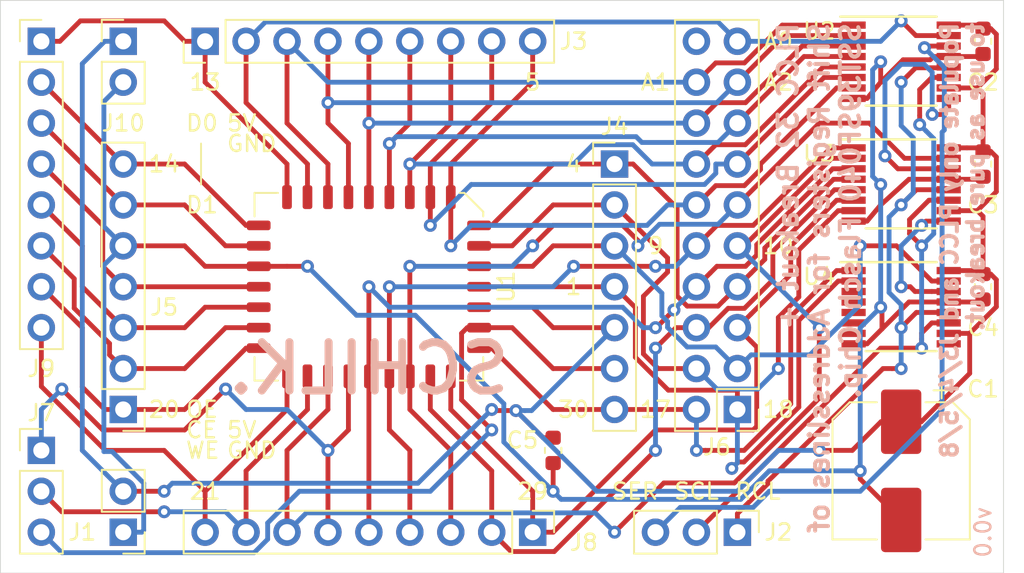
<source format=kicad_pcb>
(kicad_pcb (version 20171130) (host pcbnew "(5.1.5)-3")

  (general
    (thickness 1.6)
    (drawings 38)
    (tracks 593)
    (zones 0)
    (modules 19)
    (nets 44)
  )

  (page A4)
  (title_block
    (rev "v0.0 (Prod.)")
  )

  (layers
    (0 F.Cu signal)
    (31 B.Cu signal)
    (32 B.Adhes user)
    (33 F.Adhes user)
    (34 B.Paste user)
    (35 F.Paste user)
    (36 B.SilkS user)
    (37 F.SilkS user)
    (38 B.Mask user)
    (39 F.Mask user)
    (40 Dwgs.User user)
    (41 Cmts.User user)
    (42 Eco1.User user)
    (43 Eco2.User user)
    (44 Edge.Cuts user)
    (45 Margin user)
    (46 B.CrtYd user)
    (47 F.CrtYd user)
    (48 B.Fab user)
    (49 F.Fab user hide)
  )

  (setup
    (last_trace_width 0.25)
    (user_trace_width 0.3)
    (user_trace_width 0.4)
    (trace_clearance 0.2)
    (zone_clearance 0.508)
    (zone_45_only no)
    (trace_min 0.2)
    (via_size 0.8)
    (via_drill 0.4)
    (via_min_size 0.4)
    (via_min_drill 0.3)
    (uvia_size 0.3)
    (uvia_drill 0.1)
    (uvias_allowed no)
    (uvia_min_size 0.2)
    (uvia_min_drill 0.1)
    (edge_width 0.05)
    (segment_width 0.2)
    (pcb_text_width 0.3)
    (pcb_text_size 1.5 1.5)
    (mod_edge_width 0.12)
    (mod_text_size 1 1)
    (mod_text_width 0.15)
    (pad_size 1.524 1.524)
    (pad_drill 0.762)
    (pad_to_mask_clearance 0.051)
    (solder_mask_min_width 0.25)
    (aux_axis_origin 0 0)
    (grid_origin 214.63 107.95)
    (visible_elements 7FFFFFFF)
    (pcbplotparams
      (layerselection 0x010fc_ffffffff)
      (usegerberextensions false)
      (usegerberattributes false)
      (usegerberadvancedattributes false)
      (creategerberjobfile false)
      (excludeedgelayer true)
      (linewidth 0.100000)
      (plotframeref false)
      (viasonmask false)
      (mode 1)
      (useauxorigin false)
      (hpglpennumber 1)
      (hpglpenspeed 20)
      (hpglpendiameter 15.000000)
      (psnegative false)
      (psa4output false)
      (plotreference true)
      (plotvalue true)
      (plotinvisibletext false)
      (padsonsilk false)
      (subtractmaskfromsilk false)
      (outputformat 1)
      (mirror false)
      (drillshape 0)
      (scaleselection 1)
      (outputdirectory "Gerbers/"))
  )

  (net 0 "")
  (net 1 +5V)
  (net 2 GND)
  (net 3 "Net-(J2-Pad3)")
  (net 4 "Net-(J2-Pad2)")
  (net 5 "Net-(J2-Pad1)")
  (net 6 /P13)
  (net 7 /A0)
  (net 8 /A1)
  (net 9 /A2)
  (net 10 /A3)
  (net 11 /A4)
  (net 12 /A5)
  (net 13 /A6)
  (net 14 /A7)
  (net 15 /A12)
  (net 16 /A15)
  (net 17 /A16)
  (net 18 /A18)
  (net 19 /P31)
  (net 20 /A17)
  (net 21 /P14)
  (net 22 /P15)
  (net 23 /P17)
  (net 24 /P18)
  (net 25 /P19)
  (net 26 /P20)
  (net 27 /A14)
  (net 28 /A13)
  (net 29 /A11)
  (net 30 /A10)
  (net 31 /A9)
  (net 32 /A8)
  (net 33 /P24)
  (net 34 /P22)
  (net 35 /P21)
  (net 36 "Net-(U2-Pad9)")
  (net 37 "Net-(U3-Pad9)")
  (net 38 "Net-(U4-Pad3)")
  (net 39 "Net-(U4-Pad4)")
  (net 40 "Net-(U4-Pad5)")
  (net 41 "Net-(U4-Pad6)")
  (net 42 "Net-(U4-Pad7)")
  (net 43 "Net-(U4-Pad9)")

  (net_class Default "This is the default net class."
    (clearance 0.2)
    (trace_width 0.25)
    (via_dia 0.8)
    (via_drill 0.4)
    (uvia_dia 0.3)
    (uvia_drill 0.1)
    (add_net +5V)
    (add_net /A0)
    (add_net /A1)
    (add_net /A10)
    (add_net /A11)
    (add_net /A12)
    (add_net /A13)
    (add_net /A14)
    (add_net /A15)
    (add_net /A16)
    (add_net /A17)
    (add_net /A18)
    (add_net /A2)
    (add_net /A3)
    (add_net /A4)
    (add_net /A5)
    (add_net /A6)
    (add_net /A7)
    (add_net /A8)
    (add_net /A9)
    (add_net /P13)
    (add_net /P14)
    (add_net /P15)
    (add_net /P17)
    (add_net /P18)
    (add_net /P19)
    (add_net /P20)
    (add_net /P21)
    (add_net /P22)
    (add_net /P24)
    (add_net /P31)
    (add_net GND)
    (add_net "Net-(J2-Pad1)")
    (add_net "Net-(J2-Pad2)")
    (add_net "Net-(J2-Pad3)")
    (add_net "Net-(U2-Pad9)")
    (add_net "Net-(U3-Pad9)")
    (add_net "Net-(U4-Pad3)")
    (add_net "Net-(U4-Pad4)")
    (add_net "Net-(U4-Pad5)")
    (add_net "Net-(U4-Pad6)")
    (add_net "Net-(U4-Pad7)")
    (add_net "Net-(U4-Pad9)")
  )

  (module Connector_PinHeader_2.54mm:PinHeader_1x09_P2.54mm_Vertical (layer F.Cu) (tedit 59FED5CC) (tstamp 5E313986)
    (at 189.23 132.08 270)
    (descr "Through hole straight pin header, 1x09, 2.54mm pitch, single row")
    (tags "Through hole pin header THT 1x09 2.54mm single row")
    (path /5E320641)
    (fp_text reference J8 (at 0.635 -3.175 180) (layer F.SilkS)
      (effects (font (size 1 1) (thickness 0.15)))
    )
    (fp_text value Conn_01x09 (at 0 22.65 90) (layer F.Fab)
      (effects (font (size 1 1) (thickness 0.15)))
    )
    (fp_text user %R (at 0 10.16) (layer F.Fab)
      (effects (font (size 1 1) (thickness 0.15)))
    )
    (fp_line (start 1.8 -1.8) (end -1.8 -1.8) (layer F.CrtYd) (width 0.05))
    (fp_line (start 1.8 22.1) (end 1.8 -1.8) (layer F.CrtYd) (width 0.05))
    (fp_line (start -1.8 22.1) (end 1.8 22.1) (layer F.CrtYd) (width 0.05))
    (fp_line (start -1.8 -1.8) (end -1.8 22.1) (layer F.CrtYd) (width 0.05))
    (fp_line (start -1.33 -1.33) (end 0 -1.33) (layer F.SilkS) (width 0.12))
    (fp_line (start -1.33 0) (end -1.33 -1.33) (layer F.SilkS) (width 0.12))
    (fp_line (start -1.33 1.27) (end 1.33 1.27) (layer F.SilkS) (width 0.12))
    (fp_line (start 1.33 1.27) (end 1.33 21.65) (layer F.SilkS) (width 0.12))
    (fp_line (start -1.33 1.27) (end -1.33 21.65) (layer F.SilkS) (width 0.12))
    (fp_line (start -1.33 21.65) (end 1.33 21.65) (layer F.SilkS) (width 0.12))
    (fp_line (start -1.27 -0.635) (end -0.635 -1.27) (layer F.Fab) (width 0.1))
    (fp_line (start -1.27 21.59) (end -1.27 -0.635) (layer F.Fab) (width 0.1))
    (fp_line (start 1.27 21.59) (end -1.27 21.59) (layer F.Fab) (width 0.1))
    (fp_line (start 1.27 -1.27) (end 1.27 21.59) (layer F.Fab) (width 0.1))
    (fp_line (start -0.635 -1.27) (end 1.27 -1.27) (layer F.Fab) (width 0.1))
    (pad 9 thru_hole oval (at 0 20.32 270) (size 1.7 1.7) (drill 1) (layers *.Cu *.Mask)
      (net 35 /P21))
    (pad 8 thru_hole oval (at 0 17.78 270) (size 1.7 1.7) (drill 1) (layers *.Cu *.Mask)
      (net 34 /P22))
    (pad 7 thru_hole oval (at 0 15.24 270) (size 1.7 1.7) (drill 1) (layers *.Cu *.Mask)
      (net 30 /A10))
    (pad 6 thru_hole oval (at 0 12.7 270) (size 1.7 1.7) (drill 1) (layers *.Cu *.Mask)
      (net 33 /P24))
    (pad 5 thru_hole oval (at 0 10.16 270) (size 1.7 1.7) (drill 1) (layers *.Cu *.Mask)
      (net 29 /A11))
    (pad 4 thru_hole oval (at 0 7.62 270) (size 1.7 1.7) (drill 1) (layers *.Cu *.Mask)
      (net 31 /A9))
    (pad 3 thru_hole oval (at 0 5.08 270) (size 1.7 1.7) (drill 1) (layers *.Cu *.Mask)
      (net 32 /A8))
    (pad 2 thru_hole oval (at 0 2.54 270) (size 1.7 1.7) (drill 1) (layers *.Cu *.Mask)
      (net 28 /A13))
    (pad 1 thru_hole rect (at 0 0 270) (size 1.7 1.7) (drill 1) (layers *.Cu *.Mask)
      (net 27 /A14))
    (model ${KISYS3DMOD}/Connector_PinHeader_2.54mm.3dshapes/PinHeader_1x09_P2.54mm_Vertical.wrl
      (at (xyz 0 0 0))
      (scale (xyz 1 1 1))
      (rotate (xyz 0 0 0))
    )
  )

  (module Connector_PinHeader_2.54mm:PinHeader_1x03_P2.54mm_Vertical (layer F.Cu) (tedit 59FED5CC) (tstamp 5E311265)
    (at 201.93 132.08 270)
    (descr "Through hole straight pin header, 1x03, 2.54mm pitch, single row")
    (tags "Through hole pin header THT 1x03 2.54mm single row")
    (path /5E552765)
    (fp_text reference J2 (at 0 -2.54 180) (layer F.SilkS)
      (effects (font (size 1 1) (thickness 0.15)))
    )
    (fp_text value Conn_01x03 (at 0 7.41 90) (layer F.Fab)
      (effects (font (size 1 1) (thickness 0.15)))
    )
    (fp_text user %R (at 0 2.54) (layer F.Fab)
      (effects (font (size 1 1) (thickness 0.15)))
    )
    (fp_line (start 1.8 -1.8) (end -1.8 -1.8) (layer F.CrtYd) (width 0.05))
    (fp_line (start 1.8 6.85) (end 1.8 -1.8) (layer F.CrtYd) (width 0.05))
    (fp_line (start -1.8 6.85) (end 1.8 6.85) (layer F.CrtYd) (width 0.05))
    (fp_line (start -1.8 -1.8) (end -1.8 6.85) (layer F.CrtYd) (width 0.05))
    (fp_line (start -1.33 -1.33) (end 0 -1.33) (layer F.SilkS) (width 0.12))
    (fp_line (start -1.33 0) (end -1.33 -1.33) (layer F.SilkS) (width 0.12))
    (fp_line (start -1.33 1.27) (end 1.33 1.27) (layer F.SilkS) (width 0.12))
    (fp_line (start 1.33 1.27) (end 1.33 6.41) (layer F.SilkS) (width 0.12))
    (fp_line (start -1.33 1.27) (end -1.33 6.41) (layer F.SilkS) (width 0.12))
    (fp_line (start -1.33 6.41) (end 1.33 6.41) (layer F.SilkS) (width 0.12))
    (fp_line (start -1.27 -0.635) (end -0.635 -1.27) (layer F.Fab) (width 0.1))
    (fp_line (start -1.27 6.35) (end -1.27 -0.635) (layer F.Fab) (width 0.1))
    (fp_line (start 1.27 6.35) (end -1.27 6.35) (layer F.Fab) (width 0.1))
    (fp_line (start 1.27 -1.27) (end 1.27 6.35) (layer F.Fab) (width 0.1))
    (fp_line (start -0.635 -1.27) (end 1.27 -1.27) (layer F.Fab) (width 0.1))
    (pad 3 thru_hole oval (at 0 5.08 270) (size 1.7 1.7) (drill 1) (layers *.Cu *.Mask)
      (net 3 "Net-(J2-Pad3)"))
    (pad 2 thru_hole oval (at 0 2.54 270) (size 1.7 1.7) (drill 1) (layers *.Cu *.Mask)
      (net 4 "Net-(J2-Pad2)"))
    (pad 1 thru_hole rect (at 0 0 270) (size 1.7 1.7) (drill 1) (layers *.Cu *.Mask)
      (net 5 "Net-(J2-Pad1)"))
    (model ${KISYS3DMOD}/Connector_PinHeader_2.54mm.3dshapes/PinHeader_1x03_P2.54mm_Vertical.wrl
      (at (xyz 0 0 0))
      (scale (xyz 1 1 1))
      (rotate (xyz 0 0 0))
    )
  )

  (module Capacitor_SMD:CP_Elec_8x6.5 (layer F.Cu) (tedit 5BCA39D0) (tstamp 5E312AD6)
    (at 212.09 128.27 270)
    (descr "SMD capacitor, aluminum electrolytic, Rubycon, 8.0x6.5mm")
    (tags "capacitor electrolytic")
    (path /5E30D23F)
    (attr smd)
    (fp_text reference C1 (at -5.08 -5.08 180) (layer F.SilkS)
      (effects (font (size 1 1) (thickness 0.15)))
    )
    (fp_text value CP (at 0 5.2 90) (layer F.Fab)
      (effects (font (size 1 1) (thickness 0.15)))
    )
    (fp_circle (center 0 0) (end 4 0) (layer F.Fab) (width 0.1))
    (fp_line (start 4.15 -4.15) (end 4.15 4.15) (layer F.Fab) (width 0.1))
    (fp_line (start -3.15 -4.15) (end 4.15 -4.15) (layer F.Fab) (width 0.1))
    (fp_line (start -3.15 4.15) (end 4.15 4.15) (layer F.Fab) (width 0.1))
    (fp_line (start -4.15 -3.15) (end -4.15 3.15) (layer F.Fab) (width 0.1))
    (fp_line (start -4.15 -3.15) (end -3.15 -4.15) (layer F.Fab) (width 0.1))
    (fp_line (start -4.15 3.15) (end -3.15 4.15) (layer F.Fab) (width 0.1))
    (fp_line (start -3.562278 -1.5) (end -2.762278 -1.5) (layer F.Fab) (width 0.1))
    (fp_line (start -3.162278 -1.9) (end -3.162278 -1.1) (layer F.Fab) (width 0.1))
    (fp_line (start 4.26 4.26) (end 4.26 1.51) (layer F.SilkS) (width 0.12))
    (fp_line (start 4.26 -4.26) (end 4.26 -1.51) (layer F.SilkS) (width 0.12))
    (fp_line (start -3.195563 -4.26) (end 4.26 -4.26) (layer F.SilkS) (width 0.12))
    (fp_line (start -3.195563 4.26) (end 4.26 4.26) (layer F.SilkS) (width 0.12))
    (fp_line (start -4.26 3.195563) (end -4.26 1.51) (layer F.SilkS) (width 0.12))
    (fp_line (start -4.26 -3.195563) (end -4.26 -1.51) (layer F.SilkS) (width 0.12))
    (fp_line (start -4.26 -3.195563) (end -3.195563 -4.26) (layer F.SilkS) (width 0.12))
    (fp_line (start -4.26 3.195563) (end -3.195563 4.26) (layer F.SilkS) (width 0.12))
    (fp_line (start -5.5 -2.51) (end -4.5 -2.51) (layer F.SilkS) (width 0.12))
    (fp_line (start -5 -3.01) (end -5 -2.01) (layer F.SilkS) (width 0.12))
    (fp_line (start 4.4 -4.4) (end 4.4 -1.5) (layer F.CrtYd) (width 0.05))
    (fp_line (start 4.4 -1.5) (end 5.3 -1.5) (layer F.CrtYd) (width 0.05))
    (fp_line (start 5.3 -1.5) (end 5.3 1.5) (layer F.CrtYd) (width 0.05))
    (fp_line (start 5.3 1.5) (end 4.4 1.5) (layer F.CrtYd) (width 0.05))
    (fp_line (start 4.4 1.5) (end 4.4 4.4) (layer F.CrtYd) (width 0.05))
    (fp_line (start -3.25 4.4) (end 4.4 4.4) (layer F.CrtYd) (width 0.05))
    (fp_line (start -3.25 -4.4) (end 4.4 -4.4) (layer F.CrtYd) (width 0.05))
    (fp_line (start -4.4 3.25) (end -3.25 4.4) (layer F.CrtYd) (width 0.05))
    (fp_line (start -4.4 -3.25) (end -3.25 -4.4) (layer F.CrtYd) (width 0.05))
    (fp_line (start -4.4 -3.25) (end -4.4 -1.5) (layer F.CrtYd) (width 0.05))
    (fp_line (start -4.4 1.5) (end -4.4 3.25) (layer F.CrtYd) (width 0.05))
    (fp_line (start -4.4 -1.5) (end -5.3 -1.5) (layer F.CrtYd) (width 0.05))
    (fp_line (start -5.3 -1.5) (end -5.3 1.5) (layer F.CrtYd) (width 0.05))
    (fp_line (start -5.3 1.5) (end -4.4 1.5) (layer F.CrtYd) (width 0.05))
    (fp_text user %R (at 0 0 90) (layer F.Fab)
      (effects (font (size 1 1) (thickness 0.15)))
    )
    (pad 1 smd roundrect (at -3.05 0 270) (size 4 2.5) (layers F.Cu F.Paste F.Mask) (roundrect_rratio 0.1)
      (net 1 +5V))
    (pad 2 smd roundrect (at 3.05 0 270) (size 4 2.5) (layers F.Cu F.Paste F.Mask) (roundrect_rratio 0.1)
      (net 2 GND))
    (model ${KISYS3DMOD}/Capacitor_SMD.3dshapes/CP_Elec_8x6.5.wrl
      (at (xyz 0 0 0))
      (scale (xyz 1 1 1))
      (rotate (xyz 0 0 0))
    )
  )

  (module Connector_PinHeader_2.54mm:PinHeader_1x03_P2.54mm_Vertical (layer F.Cu) (tedit 59FED5CC) (tstamp 5E313A3A)
    (at 158.75 127)
    (descr "Through hole straight pin header, 1x03, 2.54mm pitch, single row")
    (tags "Through hole pin header THT 1x03 2.54mm single row")
    (path /5E3EF6D7)
    (fp_text reference J7 (at 0 -2.33) (layer F.SilkS)
      (effects (font (size 1 1) (thickness 0.15)))
    )
    (fp_text value Conn_01x03 (at 0 7.41) (layer F.Fab)
      (effects (font (size 1 1) (thickness 0.15)))
    )
    (fp_line (start -0.635 -1.27) (end 1.27 -1.27) (layer F.Fab) (width 0.1))
    (fp_line (start 1.27 -1.27) (end 1.27 6.35) (layer F.Fab) (width 0.1))
    (fp_line (start 1.27 6.35) (end -1.27 6.35) (layer F.Fab) (width 0.1))
    (fp_line (start -1.27 6.35) (end -1.27 -0.635) (layer F.Fab) (width 0.1))
    (fp_line (start -1.27 -0.635) (end -0.635 -1.27) (layer F.Fab) (width 0.1))
    (fp_line (start -1.33 6.41) (end 1.33 6.41) (layer F.SilkS) (width 0.12))
    (fp_line (start -1.33 1.27) (end -1.33 6.41) (layer F.SilkS) (width 0.12))
    (fp_line (start 1.33 1.27) (end 1.33 6.41) (layer F.SilkS) (width 0.12))
    (fp_line (start -1.33 1.27) (end 1.33 1.27) (layer F.SilkS) (width 0.12))
    (fp_line (start -1.33 0) (end -1.33 -1.33) (layer F.SilkS) (width 0.12))
    (fp_line (start -1.33 -1.33) (end 0 -1.33) (layer F.SilkS) (width 0.12))
    (fp_line (start -1.8 -1.8) (end -1.8 6.85) (layer F.CrtYd) (width 0.05))
    (fp_line (start -1.8 6.85) (end 1.8 6.85) (layer F.CrtYd) (width 0.05))
    (fp_line (start 1.8 6.85) (end 1.8 -1.8) (layer F.CrtYd) (width 0.05))
    (fp_line (start 1.8 -1.8) (end -1.8 -1.8) (layer F.CrtYd) (width 0.05))
    (fp_text user %R (at 0 2.54 90) (layer F.Fab)
      (effects (font (size 1 1) (thickness 0.15)))
    )
    (pad 1 thru_hole rect (at 0 0) (size 1.7 1.7) (drill 1) (layers *.Cu *.Mask)
      (net 33 /P24))
    (pad 2 thru_hole oval (at 0 2.54) (size 1.7 1.7) (drill 1) (layers *.Cu *.Mask)
      (net 34 /P22))
    (pad 3 thru_hole oval (at 0 5.08) (size 1.7 1.7) (drill 1) (layers *.Cu *.Mask)
      (net 19 /P31))
    (model ${KISYS3DMOD}/Connector_PinHeader_2.54mm.3dshapes/PinHeader_1x03_P2.54mm_Vertical.wrl
      (at (xyz 0 0 0))
      (scale (xyz 1 1 1))
      (rotate (xyz 0 0 0))
    )
  )

  (module Connector_PinHeader_2.54mm:PinHeader_1x02_P2.54mm_Vertical (layer F.Cu) (tedit 59FED5CC) (tstamp 5E3143AD)
    (at 163.83 132.08 180)
    (descr "Through hole straight pin header, 1x02, 2.54mm pitch, single row")
    (tags "Through hole pin header THT 1x02 2.54mm single row")
    (path /5E309557)
    (fp_text reference J1 (at 2.54 0 180) (layer F.SilkS)
      (effects (font (size 1 1) (thickness 0.15)))
    )
    (fp_text value Conn_01x02 (at 0 4.87) (layer F.Fab)
      (effects (font (size 1 1) (thickness 0.15)))
    )
    (fp_line (start -0.635 -1.27) (end 1.27 -1.27) (layer F.Fab) (width 0.1))
    (fp_line (start 1.27 -1.27) (end 1.27 3.81) (layer F.Fab) (width 0.1))
    (fp_line (start 1.27 3.81) (end -1.27 3.81) (layer F.Fab) (width 0.1))
    (fp_line (start -1.27 3.81) (end -1.27 -0.635) (layer F.Fab) (width 0.1))
    (fp_line (start -1.27 -0.635) (end -0.635 -1.27) (layer F.Fab) (width 0.1))
    (fp_line (start -1.33 3.87) (end 1.33 3.87) (layer F.SilkS) (width 0.12))
    (fp_line (start -1.33 1.27) (end -1.33 3.87) (layer F.SilkS) (width 0.12))
    (fp_line (start 1.33 1.27) (end 1.33 3.87) (layer F.SilkS) (width 0.12))
    (fp_line (start -1.33 1.27) (end 1.33 1.27) (layer F.SilkS) (width 0.12))
    (fp_line (start -1.33 0) (end -1.33 -1.33) (layer F.SilkS) (width 0.12))
    (fp_line (start -1.33 -1.33) (end 0 -1.33) (layer F.SilkS) (width 0.12))
    (fp_line (start -1.8 -1.8) (end -1.8 4.35) (layer F.CrtYd) (width 0.05))
    (fp_line (start -1.8 4.35) (end 1.8 4.35) (layer F.CrtYd) (width 0.05))
    (fp_line (start 1.8 4.35) (end 1.8 -1.8) (layer F.CrtYd) (width 0.05))
    (fp_line (start 1.8 -1.8) (end -1.8 -1.8) (layer F.CrtYd) (width 0.05))
    (fp_text user %R (at 0 1.27 90) (layer F.Fab)
      (effects (font (size 1 1) (thickness 0.15)))
    )
    (pad 1 thru_hole rect (at 0 0 180) (size 1.7 1.7) (drill 1) (layers *.Cu *.Mask)
      (net 2 GND))
    (pad 2 thru_hole oval (at 0 2.54 180) (size 1.7 1.7) (drill 1) (layers *.Cu *.Mask)
      (net 1 +5V))
    (model ${KISYS3DMOD}/Connector_PinHeader_2.54mm.3dshapes/PinHeader_1x02_P2.54mm_Vertical.wrl
      (at (xyz 0 0 0))
      (scale (xyz 1 1 1))
      (rotate (xyz 0 0 0))
    )
  )

  (module Capacitor_SMD:C_0603_1608Metric (layer F.Cu) (tedit 5B301BBE) (tstamp 5E314A56)
    (at 217.17 101.6 90)
    (descr "Capacitor SMD 0603 (1608 Metric), square (rectangular) end terminal, IPC_7351 nominal, (Body size source: http://www.tortai-tech.com/upload/download/2011102023233369053.pdf), generated with kicad-footprint-generator")
    (tags capacitor)
    (path /5E45D4D3)
    (attr smd)
    (fp_text reference C2 (at -2.54 0 180) (layer F.SilkS)
      (effects (font (size 1 1) (thickness 0.15)))
    )
    (fp_text value C_Small (at 0 1.43 90) (layer F.Fab)
      (effects (font (size 1 1) (thickness 0.15)))
    )
    (fp_line (start -0.8 0.4) (end -0.8 -0.4) (layer F.Fab) (width 0.1))
    (fp_line (start -0.8 -0.4) (end 0.8 -0.4) (layer F.Fab) (width 0.1))
    (fp_line (start 0.8 -0.4) (end 0.8 0.4) (layer F.Fab) (width 0.1))
    (fp_line (start 0.8 0.4) (end -0.8 0.4) (layer F.Fab) (width 0.1))
    (fp_line (start -0.162779 -0.51) (end 0.162779 -0.51) (layer F.SilkS) (width 0.12))
    (fp_line (start -0.162779 0.51) (end 0.162779 0.51) (layer F.SilkS) (width 0.12))
    (fp_line (start -1.48 0.73) (end -1.48 -0.73) (layer F.CrtYd) (width 0.05))
    (fp_line (start -1.48 -0.73) (end 1.48 -0.73) (layer F.CrtYd) (width 0.05))
    (fp_line (start 1.48 -0.73) (end 1.48 0.73) (layer F.CrtYd) (width 0.05))
    (fp_line (start 1.48 0.73) (end -1.48 0.73) (layer F.CrtYd) (width 0.05))
    (fp_text user %R (at 0 0 90) (layer F.Fab)
      (effects (font (size 0.4 0.4) (thickness 0.06)))
    )
    (pad 1 smd roundrect (at -0.7875 0 90) (size 0.875 0.95) (layers F.Cu F.Paste F.Mask) (roundrect_rratio 0.25)
      (net 2 GND))
    (pad 2 smd roundrect (at 0.7875 0 90) (size 0.875 0.95) (layers F.Cu F.Paste F.Mask) (roundrect_rratio 0.25)
      (net 1 +5V))
    (model ${KISYS3DMOD}/Capacitor_SMD.3dshapes/C_0603_1608Metric.wrl
      (at (xyz 0 0 0))
      (scale (xyz 1 1 1))
      (rotate (xyz 0 0 0))
    )
  )

  (module Capacitor_SMD:C_0603_1608Metric (layer F.Cu) (tedit 5B301BBE) (tstamp 5E311216)
    (at 217.17 109.22 90)
    (descr "Capacitor SMD 0603 (1608 Metric), square (rectangular) end terminal, IPC_7351 nominal, (Body size source: http://www.tortai-tech.com/upload/download/2011102023233369053.pdf), generated with kicad-footprint-generator")
    (tags capacitor)
    (path /5E488B84)
    (attr smd)
    (fp_text reference C3 (at -2.54 0 180) (layer F.SilkS)
      (effects (font (size 1 1) (thickness 0.15)))
    )
    (fp_text value C_Small (at 0 1.43 90) (layer F.Fab)
      (effects (font (size 1 1) (thickness 0.15)))
    )
    (fp_line (start -0.8 0.4) (end -0.8 -0.4) (layer F.Fab) (width 0.1))
    (fp_line (start -0.8 -0.4) (end 0.8 -0.4) (layer F.Fab) (width 0.1))
    (fp_line (start 0.8 -0.4) (end 0.8 0.4) (layer F.Fab) (width 0.1))
    (fp_line (start 0.8 0.4) (end -0.8 0.4) (layer F.Fab) (width 0.1))
    (fp_line (start -0.162779 -0.51) (end 0.162779 -0.51) (layer F.SilkS) (width 0.12))
    (fp_line (start -0.162779 0.51) (end 0.162779 0.51) (layer F.SilkS) (width 0.12))
    (fp_line (start -1.48 0.73) (end -1.48 -0.73) (layer F.CrtYd) (width 0.05))
    (fp_line (start -1.48 -0.73) (end 1.48 -0.73) (layer F.CrtYd) (width 0.05))
    (fp_line (start 1.48 -0.73) (end 1.48 0.73) (layer F.CrtYd) (width 0.05))
    (fp_line (start 1.48 0.73) (end -1.48 0.73) (layer F.CrtYd) (width 0.05))
    (fp_text user %R (at 2.104999 2.224999 90) (layer F.Fab)
      (effects (font (size 0.4 0.4) (thickness 0.06)))
    )
    (pad 1 smd roundrect (at -0.7875 0 90) (size 0.875 0.95) (layers F.Cu F.Paste F.Mask) (roundrect_rratio 0.25)
      (net 2 GND))
    (pad 2 smd roundrect (at 0.7875 0 90) (size 0.875 0.95) (layers F.Cu F.Paste F.Mask) (roundrect_rratio 0.25)
      (net 1 +5V))
    (model ${KISYS3DMOD}/Capacitor_SMD.3dshapes/C_0603_1608Metric.wrl
      (at (xyz 0 0 0))
      (scale (xyz 1 1 1))
      (rotate (xyz 0 0 0))
    )
  )

  (module Capacitor_SMD:C_0603_1608Metric (layer F.Cu) (tedit 5B301BBE) (tstamp 5E311227)
    (at 217.17 116.84 90)
    (descr "Capacitor SMD 0603 (1608 Metric), square (rectangular) end terminal, IPC_7351 nominal, (Body size source: http://www.tortai-tech.com/upload/download/2011102023233369053.pdf), generated with kicad-footprint-generator")
    (tags capacitor)
    (path /5E490612)
    (attr smd)
    (fp_text reference C4 (at -2.54 0 180) (layer F.SilkS)
      (effects (font (size 1 1) (thickness 0.15)))
    )
    (fp_text value C_Small (at 0 1.43 90) (layer F.Fab)
      (effects (font (size 1 1) (thickness 0.15)))
    )
    (fp_text user %R (at 0 0 90) (layer F.Fab)
      (effects (font (size 0.4 0.4) (thickness 0.06)))
    )
    (fp_line (start 1.48 0.73) (end -1.48 0.73) (layer F.CrtYd) (width 0.05))
    (fp_line (start 1.48 -0.73) (end 1.48 0.73) (layer F.CrtYd) (width 0.05))
    (fp_line (start -1.48 -0.73) (end 1.48 -0.73) (layer F.CrtYd) (width 0.05))
    (fp_line (start -1.48 0.73) (end -1.48 -0.73) (layer F.CrtYd) (width 0.05))
    (fp_line (start -0.162779 0.51) (end 0.162779 0.51) (layer F.SilkS) (width 0.12))
    (fp_line (start -0.162779 -0.51) (end 0.162779 -0.51) (layer F.SilkS) (width 0.12))
    (fp_line (start 0.8 0.4) (end -0.8 0.4) (layer F.Fab) (width 0.1))
    (fp_line (start 0.8 -0.4) (end 0.8 0.4) (layer F.Fab) (width 0.1))
    (fp_line (start -0.8 -0.4) (end 0.8 -0.4) (layer F.Fab) (width 0.1))
    (fp_line (start -0.8 0.4) (end -0.8 -0.4) (layer F.Fab) (width 0.1))
    (pad 2 smd roundrect (at 0.7875 0 90) (size 0.875 0.95) (layers F.Cu F.Paste F.Mask) (roundrect_rratio 0.25)
      (net 1 +5V))
    (pad 1 smd roundrect (at -0.7875 0 90) (size 0.875 0.95) (layers F.Cu F.Paste F.Mask) (roundrect_rratio 0.25)
      (net 2 GND))
    (model ${KISYS3DMOD}/Capacitor_SMD.3dshapes/C_0603_1608Metric.wrl
      (at (xyz 0 0 0))
      (scale (xyz 1 1 1))
      (rotate (xyz 0 0 0))
    )
  )

  (module Capacitor_SMD:C_0603_1608Metric (layer F.Cu) (tedit 5B301BBE) (tstamp 5E311238)
    (at 190.5 127 270)
    (descr "Capacitor SMD 0603 (1608 Metric), square (rectangular) end terminal, IPC_7351 nominal, (Body size source: http://www.tortai-tech.com/upload/download/2011102023233369053.pdf), generated with kicad-footprint-generator")
    (tags capacitor)
    (path /5E456BE8)
    (attr smd)
    (fp_text reference C5 (at -0.635 1.905 180) (layer F.SilkS)
      (effects (font (size 1 1) (thickness 0.15)))
    )
    (fp_text value C_Small (at 0 1.43 90) (layer F.Fab)
      (effects (font (size 1 1) (thickness 0.15)))
    )
    (fp_text user %R (at 0 0 90) (layer F.Fab)
      (effects (font (size 0.4 0.4) (thickness 0.06)))
    )
    (fp_line (start 1.48 0.73) (end -1.48 0.73) (layer F.CrtYd) (width 0.05))
    (fp_line (start 1.48 -0.73) (end 1.48 0.73) (layer F.CrtYd) (width 0.05))
    (fp_line (start -1.48 -0.73) (end 1.48 -0.73) (layer F.CrtYd) (width 0.05))
    (fp_line (start -1.48 0.73) (end -1.48 -0.73) (layer F.CrtYd) (width 0.05))
    (fp_line (start -0.162779 0.51) (end 0.162779 0.51) (layer F.SilkS) (width 0.12))
    (fp_line (start -0.162779 -0.51) (end 0.162779 -0.51) (layer F.SilkS) (width 0.12))
    (fp_line (start 0.8 0.4) (end -0.8 0.4) (layer F.Fab) (width 0.1))
    (fp_line (start 0.8 -0.4) (end 0.8 0.4) (layer F.Fab) (width 0.1))
    (fp_line (start -0.8 -0.4) (end 0.8 -0.4) (layer F.Fab) (width 0.1))
    (fp_line (start -0.8 0.4) (end -0.8 -0.4) (layer F.Fab) (width 0.1))
    (pad 2 smd roundrect (at 0.7875 0 270) (size 0.875 0.95) (layers F.Cu F.Paste F.Mask) (roundrect_rratio 0.25)
      (net 2 GND))
    (pad 1 smd roundrect (at -0.7875 0 270) (size 0.875 0.95) (layers F.Cu F.Paste F.Mask) (roundrect_rratio 0.25)
      (net 1 +5V))
    (model ${KISYS3DMOD}/Capacitor_SMD.3dshapes/C_0603_1608Metric.wrl
      (at (xyz 0 0 0))
      (scale (xyz 1 1 1))
      (rotate (xyz 0 0 0))
    )
  )

  (module Connector_PinHeader_2.54mm:PinHeader_1x09_P2.54mm_Vertical (layer F.Cu) (tedit 59FED5CC) (tstamp 5E311E7F)
    (at 168.91 101.6 90)
    (descr "Through hole straight pin header, 1x09, 2.54mm pitch, single row")
    (tags "Through hole pin header THT 1x09 2.54mm single row")
    (path /5E31FCC3)
    (fp_text reference J3 (at 0 22.86 180) (layer F.SilkS)
      (effects (font (size 1 1) (thickness 0.15)))
    )
    (fp_text value Conn_01x09 (at 0 22.65 90) (layer F.Fab)
      (effects (font (size 1 1) (thickness 0.15)))
    )
    (fp_line (start -0.635 -1.27) (end 1.27 -1.27) (layer F.Fab) (width 0.1))
    (fp_line (start 1.27 -1.27) (end 1.27 21.59) (layer F.Fab) (width 0.1))
    (fp_line (start 1.27 21.59) (end -1.27 21.59) (layer F.Fab) (width 0.1))
    (fp_line (start -1.27 21.59) (end -1.27 -0.635) (layer F.Fab) (width 0.1))
    (fp_line (start -1.27 -0.635) (end -0.635 -1.27) (layer F.Fab) (width 0.1))
    (fp_line (start -1.33 21.65) (end 1.33 21.65) (layer F.SilkS) (width 0.12))
    (fp_line (start -1.33 1.27) (end -1.33 21.65) (layer F.SilkS) (width 0.12))
    (fp_line (start 1.33 1.27) (end 1.33 21.65) (layer F.SilkS) (width 0.12))
    (fp_line (start -1.33 1.27) (end 1.33 1.27) (layer F.SilkS) (width 0.12))
    (fp_line (start -1.33 0) (end -1.33 -1.33) (layer F.SilkS) (width 0.12))
    (fp_line (start -1.33 -1.33) (end 0 -1.33) (layer F.SilkS) (width 0.12))
    (fp_line (start -1.8 -1.8) (end -1.8 22.1) (layer F.CrtYd) (width 0.05))
    (fp_line (start -1.8 22.1) (end 1.8 22.1) (layer F.CrtYd) (width 0.05))
    (fp_line (start 1.8 22.1) (end 1.8 -1.8) (layer F.CrtYd) (width 0.05))
    (fp_line (start 1.8 -1.8) (end -1.8 -1.8) (layer F.CrtYd) (width 0.05))
    (fp_text user %R (at 0 10.16) (layer F.Fab)
      (effects (font (size 1 1) (thickness 0.15)))
    )
    (pad 1 thru_hole rect (at 0 0 90) (size 1.7 1.7) (drill 1) (layers *.Cu *.Mask)
      (net 6 /P13))
    (pad 2 thru_hole oval (at 0 2.54 90) (size 1.7 1.7) (drill 1) (layers *.Cu *.Mask)
      (net 7 /A0))
    (pad 3 thru_hole oval (at 0 5.08 90) (size 1.7 1.7) (drill 1) (layers *.Cu *.Mask)
      (net 8 /A1))
    (pad 4 thru_hole oval (at 0 7.62 90) (size 1.7 1.7) (drill 1) (layers *.Cu *.Mask)
      (net 9 /A2))
    (pad 5 thru_hole oval (at 0 10.16 90) (size 1.7 1.7) (drill 1) (layers *.Cu *.Mask)
      (net 10 /A3))
    (pad 6 thru_hole oval (at 0 12.7 90) (size 1.7 1.7) (drill 1) (layers *.Cu *.Mask)
      (net 11 /A4))
    (pad 7 thru_hole oval (at 0 15.24 90) (size 1.7 1.7) (drill 1) (layers *.Cu *.Mask)
      (net 12 /A5))
    (pad 8 thru_hole oval (at 0 17.78 90) (size 1.7 1.7) (drill 1) (layers *.Cu *.Mask)
      (net 13 /A6))
    (pad 9 thru_hole oval (at 0 20.32 90) (size 1.7 1.7) (drill 1) (layers *.Cu *.Mask)
      (net 14 /A7))
    (model ${KISYS3DMOD}/Connector_PinHeader_2.54mm.3dshapes/PinHeader_1x09_P2.54mm_Vertical.wrl
      (at (xyz 0 0 0))
      (scale (xyz 1 1 1))
      (rotate (xyz 0 0 0))
    )
  )

  (module Connector_PinHeader_2.54mm:PinHeader_1x07_P2.54mm_Vertical (layer F.Cu) (tedit 59FED5CC) (tstamp 5E319B6A)
    (at 194.31 109.22)
    (descr "Through hole straight pin header, 1x07, 2.54mm pitch, single row")
    (tags "Through hole pin header THT 1x07 2.54mm single row")
    (path /5E3173E4)
    (fp_text reference J4 (at 0 -2.33) (layer F.SilkS)
      (effects (font (size 1 1) (thickness 0.15)))
    )
    (fp_text value Conn_01x07 (at 0 17.57) (layer F.Fab)
      (effects (font (size 1 1) (thickness 0.15)))
    )
    (fp_line (start -0.635 -1.27) (end 1.27 -1.27) (layer F.Fab) (width 0.1))
    (fp_line (start 1.27 -1.27) (end 1.27 16.51) (layer F.Fab) (width 0.1))
    (fp_line (start 1.27 16.51) (end -1.27 16.51) (layer F.Fab) (width 0.1))
    (fp_line (start -1.27 16.51) (end -1.27 -0.635) (layer F.Fab) (width 0.1))
    (fp_line (start -1.27 -0.635) (end -0.635 -1.27) (layer F.Fab) (width 0.1))
    (fp_line (start -1.33 16.57) (end 1.33 16.57) (layer F.SilkS) (width 0.12))
    (fp_line (start -1.33 1.27) (end -1.33 16.57) (layer F.SilkS) (width 0.12))
    (fp_line (start 1.33 1.27) (end 1.33 16.57) (layer F.SilkS) (width 0.12))
    (fp_line (start -1.33 1.27) (end 1.33 1.27) (layer F.SilkS) (width 0.12))
    (fp_line (start -1.33 0) (end -1.33 -1.33) (layer F.SilkS) (width 0.12))
    (fp_line (start -1.33 -1.33) (end 0 -1.33) (layer F.SilkS) (width 0.12))
    (fp_line (start -1.8 -1.8) (end -1.8 17.05) (layer F.CrtYd) (width 0.05))
    (fp_line (start -1.8 17.05) (end 1.8 17.05) (layer F.CrtYd) (width 0.05))
    (fp_line (start 1.8 17.05) (end 1.8 -1.8) (layer F.CrtYd) (width 0.05))
    (fp_line (start 1.8 -1.8) (end -1.8 -1.8) (layer F.CrtYd) (width 0.05))
    (fp_text user %R (at 0 7.62 90) (layer F.Fab)
      (effects (font (size 1 1) (thickness 0.15)))
    )
    (pad 1 thru_hole rect (at 0 0) (size 1.7 1.7) (drill 1) (layers *.Cu *.Mask)
      (net 15 /A12))
    (pad 2 thru_hole oval (at 0 2.54) (size 1.7 1.7) (drill 1) (layers *.Cu *.Mask)
      (net 16 /A15))
    (pad 3 thru_hole oval (at 0 5.08) (size 1.7 1.7) (drill 1) (layers *.Cu *.Mask)
      (net 17 /A16))
    (pad 4 thru_hole oval (at 0 7.62) (size 1.7 1.7) (drill 1) (layers *.Cu *.Mask)
      (net 18 /A18))
    (pad 5 thru_hole oval (at 0 10.16) (size 1.7 1.7) (drill 1) (layers *.Cu *.Mask)
      (net 1 +5V))
    (pad 6 thru_hole oval (at 0 12.7) (size 1.7 1.7) (drill 1) (layers *.Cu *.Mask)
      (net 19 /P31))
    (pad 7 thru_hole oval (at 0 15.24) (size 1.7 1.7) (drill 1) (layers *.Cu *.Mask)
      (net 20 /A17))
    (model ${KISYS3DMOD}/Connector_PinHeader_2.54mm.3dshapes/PinHeader_1x07_P2.54mm_Vertical.wrl
      (at (xyz 0 0 0))
      (scale (xyz 1 1 1))
      (rotate (xyz 0 0 0))
    )
  )

  (module Connector_PinHeader_2.54mm:PinHeader_1x07_P2.54mm_Vertical (layer F.Cu) (tedit 59FED5CC) (tstamp 5E314168)
    (at 163.83 124.46 180)
    (descr "Through hole straight pin header, 1x07, 2.54mm pitch, single row")
    (tags "Through hole pin header THT 1x07 2.54mm single row")
    (path /5E31A743)
    (fp_text reference J5 (at -2.54 6.35) (layer F.SilkS)
      (effects (font (size 1 1) (thickness 0.15)))
    )
    (fp_text value Conn_01x07 (at 0 17.57) (layer F.Fab)
      (effects (font (size 1 1) (thickness 0.15)))
    )
    (fp_text user %R (at 0 7.62 90) (layer F.Fab)
      (effects (font (size 1 1) (thickness 0.15)))
    )
    (fp_line (start 1.8 -1.8) (end -1.8 -1.8) (layer F.CrtYd) (width 0.05))
    (fp_line (start 1.8 17.05) (end 1.8 -1.8) (layer F.CrtYd) (width 0.05))
    (fp_line (start -1.8 17.05) (end 1.8 17.05) (layer F.CrtYd) (width 0.05))
    (fp_line (start -1.8 -1.8) (end -1.8 17.05) (layer F.CrtYd) (width 0.05))
    (fp_line (start -1.33 -1.33) (end 0 -1.33) (layer F.SilkS) (width 0.12))
    (fp_line (start -1.33 0) (end -1.33 -1.33) (layer F.SilkS) (width 0.12))
    (fp_line (start -1.33 1.27) (end 1.33 1.27) (layer F.SilkS) (width 0.12))
    (fp_line (start 1.33 1.27) (end 1.33 16.57) (layer F.SilkS) (width 0.12))
    (fp_line (start -1.33 1.27) (end -1.33 16.57) (layer F.SilkS) (width 0.12))
    (fp_line (start -1.33 16.57) (end 1.33 16.57) (layer F.SilkS) (width 0.12))
    (fp_line (start -1.27 -0.635) (end -0.635 -1.27) (layer F.Fab) (width 0.1))
    (fp_line (start -1.27 16.51) (end -1.27 -0.635) (layer F.Fab) (width 0.1))
    (fp_line (start 1.27 16.51) (end -1.27 16.51) (layer F.Fab) (width 0.1))
    (fp_line (start 1.27 -1.27) (end 1.27 16.51) (layer F.Fab) (width 0.1))
    (fp_line (start -0.635 -1.27) (end 1.27 -1.27) (layer F.Fab) (width 0.1))
    (pad 7 thru_hole oval (at 0 15.24 180) (size 1.7 1.7) (drill 1) (layers *.Cu *.Mask)
      (net 21 /P14))
    (pad 6 thru_hole oval (at 0 12.7 180) (size 1.7 1.7) (drill 1) (layers *.Cu *.Mask)
      (net 22 /P15))
    (pad 5 thru_hole oval (at 0 10.16 180) (size 1.7 1.7) (drill 1) (layers *.Cu *.Mask)
      (net 2 GND))
    (pad 4 thru_hole oval (at 0 7.62 180) (size 1.7 1.7) (drill 1) (layers *.Cu *.Mask)
      (net 23 /P17))
    (pad 3 thru_hole oval (at 0 5.08 180) (size 1.7 1.7) (drill 1) (layers *.Cu *.Mask)
      (net 24 /P18))
    (pad 2 thru_hole oval (at 0 2.54 180) (size 1.7 1.7) (drill 1) (layers *.Cu *.Mask)
      (net 25 /P19))
    (pad 1 thru_hole rect (at 0 0 180) (size 1.7 1.7) (drill 1) (layers *.Cu *.Mask)
      (net 26 /P20))
    (model ${KISYS3DMOD}/Connector_PinHeader_2.54mm.3dshapes/PinHeader_1x07_P2.54mm_Vertical.wrl
      (at (xyz 0 0 0))
      (scale (xyz 1 1 1))
      (rotate (xyz 0 0 0))
    )
  )

  (module Connector_PinHeader_2.54mm:PinHeader_2x10_P2.54mm_Vertical (layer F.Cu) (tedit 59FED5CC) (tstamp 5E313D39)
    (at 201.93 124.46 180)
    (descr "Through hole straight pin header, 2x10, 2.54mm pitch, double rows")
    (tags "Through hole pin header THT 2x10 2.54mm double row")
    (path /5E3CB8EE)
    (fp_text reference J6 (at 1.27 -2.33) (layer F.SilkS)
      (effects (font (size 1 1) (thickness 0.15)))
    )
    (fp_text value Conn_01x19 (at 1.27 25.19) (layer F.Fab)
      (effects (font (size 1 1) (thickness 0.15)))
    )
    (fp_line (start 0 -1.27) (end 3.81 -1.27) (layer F.Fab) (width 0.1))
    (fp_line (start 3.81 -1.27) (end 3.81 24.13) (layer F.Fab) (width 0.1))
    (fp_line (start 3.81 24.13) (end -1.27 24.13) (layer F.Fab) (width 0.1))
    (fp_line (start -1.27 24.13) (end -1.27 0) (layer F.Fab) (width 0.1))
    (fp_line (start -1.27 0) (end 0 -1.27) (layer F.Fab) (width 0.1))
    (fp_line (start -1.33 24.19) (end 3.87 24.19) (layer F.SilkS) (width 0.12))
    (fp_line (start -1.33 1.27) (end -1.33 24.19) (layer F.SilkS) (width 0.12))
    (fp_line (start 3.87 -1.33) (end 3.87 24.19) (layer F.SilkS) (width 0.12))
    (fp_line (start -1.33 1.27) (end 1.27 1.27) (layer F.SilkS) (width 0.12))
    (fp_line (start 1.27 1.27) (end 1.27 -1.33) (layer F.SilkS) (width 0.12))
    (fp_line (start 1.27 -1.33) (end 3.87 -1.33) (layer F.SilkS) (width 0.12))
    (fp_line (start -1.33 0) (end -1.33 -1.33) (layer F.SilkS) (width 0.12))
    (fp_line (start -1.33 -1.33) (end 0 -1.33) (layer F.SilkS) (width 0.12))
    (fp_line (start -1.8 -1.8) (end -1.8 24.65) (layer F.CrtYd) (width 0.05))
    (fp_line (start -1.8 24.65) (end 4.35 24.65) (layer F.CrtYd) (width 0.05))
    (fp_line (start 4.35 24.65) (end 4.35 -1.8) (layer F.CrtYd) (width 0.05))
    (fp_line (start 4.35 -1.8) (end -1.8 -1.8) (layer F.CrtYd) (width 0.05))
    (fp_text user %R (at 1.27 11.43 90) (layer F.Fab)
      (effects (font (size 1 1) (thickness 0.15)))
    )
    (pad 1 thru_hole rect (at 0 0 180) (size 1.7 1.7) (drill 1) (layers *.Cu *.Mask)
      (net 18 /A18))
    (pad 2 thru_hole oval (at 2.54 0 180) (size 1.7 1.7) (drill 1) (layers *.Cu *.Mask)
      (net 20 /A17))
    (pad 3 thru_hole oval (at 0 2.54 180) (size 1.7 1.7) (drill 1) (layers *.Cu *.Mask)
      (net 17 /A16))
    (pad 4 thru_hole oval (at 2.54 2.54 180) (size 1.7 1.7) (drill 1) (layers *.Cu *.Mask)
      (net 16 /A15))
    (pad 5 thru_hole oval (at 0 5.08 180) (size 1.7 1.7) (drill 1) (layers *.Cu *.Mask)
      (net 27 /A14))
    (pad 6 thru_hole oval (at 2.54 5.08 180) (size 1.7 1.7) (drill 1) (layers *.Cu *.Mask)
      (net 28 /A13))
    (pad 7 thru_hole oval (at 0 7.62 180) (size 1.7 1.7) (drill 1) (layers *.Cu *.Mask)
      (net 15 /A12))
    (pad 8 thru_hole oval (at 2.54 7.62 180) (size 1.7 1.7) (drill 1) (layers *.Cu *.Mask)
      (net 29 /A11))
    (pad 9 thru_hole oval (at 0 10.16 180) (size 1.7 1.7) (drill 1) (layers *.Cu *.Mask)
      (net 30 /A10))
    (pad 10 thru_hole oval (at 2.54 10.16 180) (size 1.7 1.7) (drill 1) (layers *.Cu *.Mask)
      (net 31 /A9))
    (pad 11 thru_hole oval (at 0 12.7 180) (size 1.7 1.7) (drill 1) (layers *.Cu *.Mask)
      (net 32 /A8))
    (pad 12 thru_hole oval (at 2.54 12.7 180) (size 1.7 1.7) (drill 1) (layers *.Cu *.Mask)
      (net 14 /A7))
    (pad 13 thru_hole oval (at 0 15.24 180) (size 1.7 1.7) (drill 1) (layers *.Cu *.Mask)
      (net 13 /A6))
    (pad 14 thru_hole oval (at 2.54 15.24 180) (size 1.7 1.7) (drill 1) (layers *.Cu *.Mask)
      (net 12 /A5))
    (pad 15 thru_hole oval (at 0 17.78 180) (size 1.7 1.7) (drill 1) (layers *.Cu *.Mask)
      (net 11 /A4))
    (pad 16 thru_hole oval (at 2.54 17.78 180) (size 1.7 1.7) (drill 1) (layers *.Cu *.Mask)
      (net 10 /A3))
    (pad 17 thru_hole oval (at 0 20.32 180) (size 1.7 1.7) (drill 1) (layers *.Cu *.Mask)
      (net 9 /A2))
    (pad 18 thru_hole oval (at 2.54 20.32 180) (size 1.7 1.7) (drill 1) (layers *.Cu *.Mask)
      (net 8 /A1))
    (pad 19 thru_hole oval (at 0 22.86 180) (size 1.7 1.7) (drill 1) (layers *.Cu *.Mask)
      (net 7 /A0))
    (pad 20 thru_hole oval (at 2.54 22.86 180) (size 1.7 1.7) (drill 1) (layers *.Cu *.Mask))
    (model ${KISYS3DMOD}/Connector_PinHeader_2.54mm.3dshapes/PinHeader_2x10_P2.54mm_Vertical.wrl
      (at (xyz 0 0 0))
      (scale (xyz 1 1 1))
      (rotate (xyz 0 0 0))
    )
  )

  (module Connector_PinHeader_2.54mm:PinHeader_1x08_P2.54mm_Vertical (layer F.Cu) (tedit 59FED5CC) (tstamp 5E313731)
    (at 158.75 101.6)
    (descr "Through hole straight pin header, 1x08, 2.54mm pitch, single row")
    (tags "Through hole pin header THT 1x08 2.54mm single row")
    (path /5E3A0CD6)
    (fp_text reference J9 (at 0 20.32) (layer F.SilkS)
      (effects (font (size 1 1) (thickness 0.15)))
    )
    (fp_text value Conn_01x08 (at 0 20.11) (layer F.Fab)
      (effects (font (size 1 1) (thickness 0.15)))
    )
    (fp_line (start -0.635 -1.27) (end 1.27 -1.27) (layer F.Fab) (width 0.1))
    (fp_line (start 1.27 -1.27) (end 1.27 19.05) (layer F.Fab) (width 0.1))
    (fp_line (start 1.27 19.05) (end -1.27 19.05) (layer F.Fab) (width 0.1))
    (fp_line (start -1.27 19.05) (end -1.27 -0.635) (layer F.Fab) (width 0.1))
    (fp_line (start -1.27 -0.635) (end -0.635 -1.27) (layer F.Fab) (width 0.1))
    (fp_line (start -1.33 19.11) (end 1.33 19.11) (layer F.SilkS) (width 0.12))
    (fp_line (start -1.33 1.27) (end -1.33 19.11) (layer F.SilkS) (width 0.12))
    (fp_line (start 1.33 1.27) (end 1.33 19.11) (layer F.SilkS) (width 0.12))
    (fp_line (start -1.33 1.27) (end 1.33 1.27) (layer F.SilkS) (width 0.12))
    (fp_line (start -1.33 0) (end -1.33 -1.33) (layer F.SilkS) (width 0.12))
    (fp_line (start -1.33 -1.33) (end 0 -1.33) (layer F.SilkS) (width 0.12))
    (fp_line (start -1.8 -1.8) (end -1.8 19.55) (layer F.CrtYd) (width 0.05))
    (fp_line (start -1.8 19.55) (end 1.8 19.55) (layer F.CrtYd) (width 0.05))
    (fp_line (start 1.8 19.55) (end 1.8 -1.8) (layer F.CrtYd) (width 0.05))
    (fp_line (start 1.8 -1.8) (end -1.8 -1.8) (layer F.CrtYd) (width 0.05))
    (fp_text user %R (at 0 8.89 90) (layer F.Fab)
      (effects (font (size 1 1) (thickness 0.15)))
    )
    (pad 1 thru_hole rect (at 0 0) (size 1.7 1.7) (drill 1) (layers *.Cu *.Mask)
      (net 6 /P13))
    (pad 2 thru_hole oval (at 0 2.54) (size 1.7 1.7) (drill 1) (layers *.Cu *.Mask)
      (net 21 /P14))
    (pad 3 thru_hole oval (at 0 5.08) (size 1.7 1.7) (drill 1) (layers *.Cu *.Mask)
      (net 22 /P15))
    (pad 4 thru_hole oval (at 0 7.62) (size 1.7 1.7) (drill 1) (layers *.Cu *.Mask)
      (net 23 /P17))
    (pad 5 thru_hole oval (at 0 10.16) (size 1.7 1.7) (drill 1) (layers *.Cu *.Mask)
      (net 24 /P18))
    (pad 6 thru_hole oval (at 0 12.7) (size 1.7 1.7) (drill 1) (layers *.Cu *.Mask)
      (net 25 /P19))
    (pad 7 thru_hole oval (at 0 15.24) (size 1.7 1.7) (drill 1) (layers *.Cu *.Mask)
      (net 26 /P20))
    (pad 8 thru_hole oval (at 0 17.78) (size 1.7 1.7) (drill 1) (layers *.Cu *.Mask)
      (net 35 /P21))
    (model ${KISYS3DMOD}/Connector_PinHeader_2.54mm.3dshapes/PinHeader_1x08_P2.54mm_Vertical.wrl
      (at (xyz 0 0 0))
      (scale (xyz 1 1 1))
      (rotate (xyz 0 0 0))
    )
  )

  (module Package_LCC:PLCC-32_11.4x14.0mm_P1.27mm (layer F.Cu) (tedit 5B298677) (tstamp 5E313895)
    (at 179.07 116.84 270)
    (descr "PLCC, 32 Pin (http://ww1.microchip.com/downloads/en/DeviceDoc/doc0015.pdf), generated with kicad-footprint-generator ipc_plcc_jLead_generator.py")
    (tags "PLCC LCC")
    (path /5E314C8A)
    (attr smd)
    (fp_text reference U1 (at 0 -8.52 90) (layer F.SilkS)
      (effects (font (size 1 1) (thickness 0.15)))
    )
    (fp_text value SST39SF040 (at 0 8.52 90) (layer F.Fab)
      (effects (font (size 1 1) (thickness 0.15)))
    )
    (fp_line (start 4.37 -7.095) (end 5.825 -7.095) (layer F.SilkS) (width 0.12))
    (fp_line (start 5.825 -7.095) (end 5.825 -5.64) (layer F.SilkS) (width 0.12))
    (fp_line (start -4.37 7.095) (end -5.825 7.095) (layer F.SilkS) (width 0.12))
    (fp_line (start -5.825 7.095) (end -5.825 5.64) (layer F.SilkS) (width 0.12))
    (fp_line (start 4.37 7.095) (end 5.825 7.095) (layer F.SilkS) (width 0.12))
    (fp_line (start 5.825 7.095) (end 5.825 5.64) (layer F.SilkS) (width 0.12))
    (fp_line (start -4.37 -7.095) (end -4.652782 -7.095) (layer F.SilkS) (width 0.12))
    (fp_line (start -4.652782 -7.095) (end -5.825 -5.922782) (layer F.SilkS) (width 0.12))
    (fp_line (start -5.825 -5.922782) (end -5.825 -5.64) (layer F.SilkS) (width 0.12))
    (fp_line (start 0 -6.277893) (end 0.5 -6.985) (layer F.Fab) (width 0.1))
    (fp_line (start 0.5 -6.985) (end 5.715 -6.985) (layer F.Fab) (width 0.1))
    (fp_line (start 5.715 -6.985) (end 5.715 6.985) (layer F.Fab) (width 0.1))
    (fp_line (start 5.715 6.985) (end -5.715 6.985) (layer F.Fab) (width 0.1))
    (fp_line (start -5.715 6.985) (end -5.715 -5.845) (layer F.Fab) (width 0.1))
    (fp_line (start -5.715 -5.845) (end -4.575 -6.985) (layer F.Fab) (width 0.1))
    (fp_line (start -4.575 -6.985) (end -0.5 -6.985) (layer F.Fab) (width 0.1))
    (fp_line (start -0.5 -6.985) (end 0 -6.277893) (layer F.Fab) (width 0.1))
    (fp_line (start 0 -7.82) (end 4.36 -7.82) (layer F.CrtYd) (width 0.05))
    (fp_line (start 4.36 -7.82) (end 4.36 -7.23) (layer F.CrtYd) (width 0.05))
    (fp_line (start 4.36 -7.23) (end 5.96 -7.23) (layer F.CrtYd) (width 0.05))
    (fp_line (start 5.96 -7.23) (end 5.96 -5.63) (layer F.CrtYd) (width 0.05))
    (fp_line (start 5.96 -5.63) (end 6.55 -5.63) (layer F.CrtYd) (width 0.05))
    (fp_line (start 6.55 -5.63) (end 6.55 0) (layer F.CrtYd) (width 0.05))
    (fp_line (start 0 7.82) (end -4.36 7.82) (layer F.CrtYd) (width 0.05))
    (fp_line (start -4.36 7.82) (end -4.36 7.23) (layer F.CrtYd) (width 0.05))
    (fp_line (start -4.36 7.23) (end -5.96 7.23) (layer F.CrtYd) (width 0.05))
    (fp_line (start -5.96 7.23) (end -5.96 5.63) (layer F.CrtYd) (width 0.05))
    (fp_line (start -5.96 5.63) (end -6.55 5.63) (layer F.CrtYd) (width 0.05))
    (fp_line (start -6.55 5.63) (end -6.55 0) (layer F.CrtYd) (width 0.05))
    (fp_line (start 0 7.82) (end 4.36 7.82) (layer F.CrtYd) (width 0.05))
    (fp_line (start 4.36 7.82) (end 4.36 7.23) (layer F.CrtYd) (width 0.05))
    (fp_line (start 4.36 7.23) (end 5.96 7.23) (layer F.CrtYd) (width 0.05))
    (fp_line (start 5.96 7.23) (end 5.96 5.63) (layer F.CrtYd) (width 0.05))
    (fp_line (start 5.96 5.63) (end 6.55 5.63) (layer F.CrtYd) (width 0.05))
    (fp_line (start 6.55 5.63) (end 6.55 0) (layer F.CrtYd) (width 0.05))
    (fp_line (start 0 -7.82) (end -4.36 -7.82) (layer F.CrtYd) (width 0.05))
    (fp_line (start -4.36 -7.82) (end -4.36 -7.23) (layer F.CrtYd) (width 0.05))
    (fp_line (start -4.36 -7.23) (end -4.68 -7.23) (layer F.CrtYd) (width 0.05))
    (fp_line (start -4.68 -7.23) (end -5.96 -5.95) (layer F.CrtYd) (width 0.05))
    (fp_line (start -5.96 -5.95) (end -5.96 -5.63) (layer F.CrtYd) (width 0.05))
    (fp_line (start -5.96 -5.63) (end -6.55 -5.63) (layer F.CrtYd) (width 0.05))
    (fp_line (start -6.55 -5.63) (end -6.55 0) (layer F.CrtYd) (width 0.05))
    (fp_text user %R (at 0 0 90) (layer F.Fab)
      (effects (font (size 1 1) (thickness 0.15)))
    )
    (pad 1 smd roundrect (at 0 -6.8375 270) (size 0.6 1.475) (layers F.Cu F.Paste F.Mask) (roundrect_rratio 0.25)
      (net 18 /A18))
    (pad 2 smd roundrect (at -1.27 -6.8375 270) (size 0.6 1.475) (layers F.Cu F.Paste F.Mask) (roundrect_rratio 0.25)
      (net 17 /A16))
    (pad 3 smd roundrect (at -2.54 -6.8375 270) (size 0.6 1.475) (layers F.Cu F.Paste F.Mask) (roundrect_rratio 0.25)
      (net 16 /A15))
    (pad 4 smd roundrect (at -3.81 -6.8375 270) (size 0.6 1.475) (layers F.Cu F.Paste F.Mask) (roundrect_rratio 0.25)
      (net 15 /A12))
    (pad 5 smd roundrect (at -5.5625 -5.08 270) (size 1.475 0.6) (layers F.Cu F.Paste F.Mask) (roundrect_rratio 0.25)
      (net 14 /A7))
    (pad 6 smd roundrect (at -5.5625 -3.81 270) (size 1.475 0.6) (layers F.Cu F.Paste F.Mask) (roundrect_rratio 0.25)
      (net 13 /A6))
    (pad 7 smd roundrect (at -5.5625 -2.54 270) (size 1.475 0.6) (layers F.Cu F.Paste F.Mask) (roundrect_rratio 0.25)
      (net 12 /A5))
    (pad 8 smd roundrect (at -5.5625 -1.27 270) (size 1.475 0.6) (layers F.Cu F.Paste F.Mask) (roundrect_rratio 0.25)
      (net 11 /A4))
    (pad 9 smd roundrect (at -5.5625 0 270) (size 1.475 0.6) (layers F.Cu F.Paste F.Mask) (roundrect_rratio 0.25)
      (net 10 /A3))
    (pad 10 smd roundrect (at -5.5625 1.27 270) (size 1.475 0.6) (layers F.Cu F.Paste F.Mask) (roundrect_rratio 0.25)
      (net 9 /A2))
    (pad 11 smd roundrect (at -5.5625 2.54 270) (size 1.475 0.6) (layers F.Cu F.Paste F.Mask) (roundrect_rratio 0.25)
      (net 8 /A1))
    (pad 12 smd roundrect (at -5.5625 3.81 270) (size 1.475 0.6) (layers F.Cu F.Paste F.Mask) (roundrect_rratio 0.25)
      (net 7 /A0))
    (pad 13 smd roundrect (at -5.5625 5.08 270) (size 1.475 0.6) (layers F.Cu F.Paste F.Mask) (roundrect_rratio 0.25)
      (net 6 /P13))
    (pad 14 smd roundrect (at -3.81 6.8375 270) (size 0.6 1.475) (layers F.Cu F.Paste F.Mask) (roundrect_rratio 0.25)
      (net 21 /P14))
    (pad 15 smd roundrect (at -2.54 6.8375 270) (size 0.6 1.475) (layers F.Cu F.Paste F.Mask) (roundrect_rratio 0.25)
      (net 22 /P15))
    (pad 16 smd roundrect (at -1.27 6.8375 270) (size 0.6 1.475) (layers F.Cu F.Paste F.Mask) (roundrect_rratio 0.25)
      (net 2 GND))
    (pad 17 smd roundrect (at 0 6.8375 270) (size 0.6 1.475) (layers F.Cu F.Paste F.Mask) (roundrect_rratio 0.25)
      (net 23 /P17))
    (pad 18 smd roundrect (at 1.27 6.8375 270) (size 0.6 1.475) (layers F.Cu F.Paste F.Mask) (roundrect_rratio 0.25)
      (net 24 /P18))
    (pad 19 smd roundrect (at 2.54 6.8375 270) (size 0.6 1.475) (layers F.Cu F.Paste F.Mask) (roundrect_rratio 0.25)
      (net 25 /P19))
    (pad 20 smd roundrect (at 3.81 6.8375 270) (size 0.6 1.475) (layers F.Cu F.Paste F.Mask) (roundrect_rratio 0.25)
      (net 26 /P20))
    (pad 21 smd roundrect (at 5.5625 5.08 270) (size 1.475 0.6) (layers F.Cu F.Paste F.Mask) (roundrect_rratio 0.25)
      (net 35 /P21))
    (pad 22 smd roundrect (at 5.5625 3.81 270) (size 1.475 0.6) (layers F.Cu F.Paste F.Mask) (roundrect_rratio 0.25)
      (net 34 /P22))
    (pad 23 smd roundrect (at 5.5625 2.54 270) (size 1.475 0.6) (layers F.Cu F.Paste F.Mask) (roundrect_rratio 0.25)
      (net 30 /A10))
    (pad 24 smd roundrect (at 5.5625 1.27 270) (size 1.475 0.6) (layers F.Cu F.Paste F.Mask) (roundrect_rratio 0.25)
      (net 33 /P24))
    (pad 25 smd roundrect (at 5.5625 0 270) (size 1.475 0.6) (layers F.Cu F.Paste F.Mask) (roundrect_rratio 0.25)
      (net 29 /A11))
    (pad 26 smd roundrect (at 5.5625 -1.27 270) (size 1.475 0.6) (layers F.Cu F.Paste F.Mask) (roundrect_rratio 0.25)
      (net 31 /A9))
    (pad 27 smd roundrect (at 5.5625 -2.54 270) (size 1.475 0.6) (layers F.Cu F.Paste F.Mask) (roundrect_rratio 0.25)
      (net 32 /A8))
    (pad 28 smd roundrect (at 5.5625 -3.81 270) (size 1.475 0.6) (layers F.Cu F.Paste F.Mask) (roundrect_rratio 0.25)
      (net 28 /A13))
    (pad 29 smd roundrect (at 5.5625 -5.08 270) (size 1.475 0.6) (layers F.Cu F.Paste F.Mask) (roundrect_rratio 0.25)
      (net 27 /A14))
    (pad 30 smd roundrect (at 3.81 -6.8375 270) (size 0.6 1.475) (layers F.Cu F.Paste F.Mask) (roundrect_rratio 0.25)
      (net 20 /A17))
    (pad 31 smd roundrect (at 2.54 -6.8375 270) (size 0.6 1.475) (layers F.Cu F.Paste F.Mask) (roundrect_rratio 0.25)
      (net 19 /P31))
    (pad 32 smd roundrect (at 1.27 -6.8375 270) (size 0.6 1.475) (layers F.Cu F.Paste F.Mask) (roundrect_rratio 0.25)
      (net 1 +5V))
    (model ${KISYS3DMOD}/Package_LCC.3dshapes/PLCC-32_11.4x14.0mm_P1.27mm.wrl
      (at (xyz 0 0 0))
      (scale (xyz 1 1 1))
      (rotate (xyz 0 0 0))
    )
  )

  (module Package_SO:TSSOP-16_4.4x5mm_P0.65mm (layer F.Cu) (tedit 5A02F25C) (tstamp 5E3127D5)
    (at 212.09 102.87)
    (descr "16-Lead Plastic Thin Shrink Small Outline (ST)-4.4 mm Body [TSSOP] (see Microchip Packaging Specification 00000049BS.pdf)")
    (tags "SSOP 0.65")
    (path /5E43DAAB)
    (attr smd)
    (fp_text reference U2 (at -5.08 -1.905 180) (layer F.SilkS)
      (effects (font (size 1 1) (thickness 0.15)))
    )
    (fp_text value 74HC595 (at 0 3.55) (layer F.Fab)
      (effects (font (size 1 1) (thickness 0.15)))
    )
    (fp_text user %R (at 0.954999 1.344999) (layer F.Fab)
      (effects (font (size 0.8 0.8) (thickness 0.15)))
    )
    (fp_line (start -3.775 -2.8) (end 2.2 -2.8) (layer F.SilkS) (width 0.15))
    (fp_line (start -2.2 2.725) (end 2.2 2.725) (layer F.SilkS) (width 0.15))
    (fp_line (start -3.95 2.8) (end 3.95 2.8) (layer F.CrtYd) (width 0.05))
    (fp_line (start -3.95 -2.9) (end 3.95 -2.9) (layer F.CrtYd) (width 0.05))
    (fp_line (start 3.95 -2.9) (end 3.95 2.8) (layer F.CrtYd) (width 0.05))
    (fp_line (start -3.95 -2.9) (end -3.95 2.8) (layer F.CrtYd) (width 0.05))
    (fp_line (start -2.2 -1.5) (end -1.2 -2.5) (layer F.Fab) (width 0.15))
    (fp_line (start -2.2 2.5) (end -2.2 -1.5) (layer F.Fab) (width 0.15))
    (fp_line (start 2.2 2.5) (end -2.2 2.5) (layer F.Fab) (width 0.15))
    (fp_line (start 2.2 -2.5) (end 2.2 2.5) (layer F.Fab) (width 0.15))
    (fp_line (start -1.2 -2.5) (end 2.2 -2.5) (layer F.Fab) (width 0.15))
    (pad 16 smd rect (at 2.95 -2.275) (size 1.5 0.45) (layers F.Cu F.Paste F.Mask)
      (net 1 +5V))
    (pad 15 smd rect (at 2.95 -1.625) (size 1.5 0.45) (layers F.Cu F.Paste F.Mask)
      (net 7 /A0))
    (pad 14 smd rect (at 2.95 -0.975) (size 1.5 0.45) (layers F.Cu F.Paste F.Mask)
      (net 3 "Net-(J2-Pad3)"))
    (pad 13 smd rect (at 2.95 -0.325) (size 1.5 0.45) (layers F.Cu F.Paste F.Mask)
      (net 2 GND))
    (pad 12 smd rect (at 2.95 0.325) (size 1.5 0.45) (layers F.Cu F.Paste F.Mask)
      (net 5 "Net-(J2-Pad1)"))
    (pad 11 smd rect (at 2.95 0.975) (size 1.5 0.45) (layers F.Cu F.Paste F.Mask)
      (net 4 "Net-(J2-Pad2)"))
    (pad 10 smd rect (at 2.95 1.625) (size 1.5 0.45) (layers F.Cu F.Paste F.Mask)
      (net 1 +5V))
    (pad 9 smd rect (at 2.95 2.275) (size 1.5 0.45) (layers F.Cu F.Paste F.Mask)
      (net 36 "Net-(U2-Pad9)"))
    (pad 8 smd rect (at -2.95 2.275) (size 1.5 0.45) (layers F.Cu F.Paste F.Mask)
      (net 2 GND))
    (pad 7 smd rect (at -2.95 1.625) (size 1.5 0.45) (layers F.Cu F.Paste F.Mask)
      (net 14 /A7))
    (pad 6 smd rect (at -2.95 0.975) (size 1.5 0.45) (layers F.Cu F.Paste F.Mask)
      (net 13 /A6))
    (pad 5 smd rect (at -2.95 0.325) (size 1.5 0.45) (layers F.Cu F.Paste F.Mask)
      (net 12 /A5))
    (pad 4 smd rect (at -2.95 -0.325) (size 1.5 0.45) (layers F.Cu F.Paste F.Mask)
      (net 11 /A4))
    (pad 3 smd rect (at -2.95 -0.975) (size 1.5 0.45) (layers F.Cu F.Paste F.Mask)
      (net 10 /A3))
    (pad 2 smd rect (at -2.95 -1.625) (size 1.5 0.45) (layers F.Cu F.Paste F.Mask)
      (net 9 /A2))
    (pad 1 smd rect (at -2.95 -2.275) (size 1.5 0.45) (layers F.Cu F.Paste F.Mask)
      (net 8 /A1))
    (model ${KISYS3DMOD}/Package_SO.3dshapes/TSSOP-16_4.4x5mm_P0.65mm.wrl
      (at (xyz 0 0 0))
      (scale (xyz 1 1 1))
      (rotate (xyz 0 0 0))
    )
  )

  (module Package_SO:TSSOP-16_4.4x5mm_P0.65mm (layer F.Cu) (tedit 5A02F25C) (tstamp 5E3113C1)
    (at 212.09 110.49)
    (descr "16-Lead Plastic Thin Shrink Small Outline (ST)-4.4 mm Body [TSSOP] (see Microchip Packaging Specification 00000049BS.pdf)")
    (tags "SSOP 0.65")
    (path /5E488B7A)
    (attr smd)
    (fp_text reference U3 (at -5.08 -1.905 180) (layer F.SilkS)
      (effects (font (size 1 1) (thickness 0.15)))
    )
    (fp_text value 74HC595 (at 0 3.55) (layer F.Fab)
      (effects (font (size 1 1) (thickness 0.15)))
    )
    (fp_line (start -1.2 -2.5) (end 2.2 -2.5) (layer F.Fab) (width 0.15))
    (fp_line (start 2.2 -2.5) (end 2.2 2.5) (layer F.Fab) (width 0.15))
    (fp_line (start 2.2 2.5) (end -2.2 2.5) (layer F.Fab) (width 0.15))
    (fp_line (start -2.2 2.5) (end -2.2 -1.5) (layer F.Fab) (width 0.15))
    (fp_line (start -2.2 -1.5) (end -1.2 -2.5) (layer F.Fab) (width 0.15))
    (fp_line (start -3.95 -2.9) (end -3.95 2.8) (layer F.CrtYd) (width 0.05))
    (fp_line (start 3.95 -2.9) (end 3.95 2.8) (layer F.CrtYd) (width 0.05))
    (fp_line (start -3.95 -2.9) (end 3.95 -2.9) (layer F.CrtYd) (width 0.05))
    (fp_line (start -3.95 2.8) (end 3.95 2.8) (layer F.CrtYd) (width 0.05))
    (fp_line (start -2.2 2.725) (end 2.2 2.725) (layer F.SilkS) (width 0.15))
    (fp_line (start -3.775 -2.8) (end 2.2 -2.8) (layer F.SilkS) (width 0.15))
    (fp_text user %R (at 0 0) (layer F.Fab)
      (effects (font (size 0.8 0.8) (thickness 0.15)))
    )
    (pad 1 smd rect (at -2.95 -2.275) (size 1.5 0.45) (layers F.Cu F.Paste F.Mask)
      (net 31 /A9))
    (pad 2 smd rect (at -2.95 -1.625) (size 1.5 0.45) (layers F.Cu F.Paste F.Mask)
      (net 30 /A10))
    (pad 3 smd rect (at -2.95 -0.975) (size 1.5 0.45) (layers F.Cu F.Paste F.Mask)
      (net 29 /A11))
    (pad 4 smd rect (at -2.95 -0.325) (size 1.5 0.45) (layers F.Cu F.Paste F.Mask)
      (net 15 /A12))
    (pad 5 smd rect (at -2.95 0.325) (size 1.5 0.45) (layers F.Cu F.Paste F.Mask)
      (net 28 /A13))
    (pad 6 smd rect (at -2.95 0.975) (size 1.5 0.45) (layers F.Cu F.Paste F.Mask)
      (net 27 /A14))
    (pad 7 smd rect (at -2.95 1.625) (size 1.5 0.45) (layers F.Cu F.Paste F.Mask)
      (net 16 /A15))
    (pad 8 smd rect (at -2.95 2.275) (size 1.5 0.45) (layers F.Cu F.Paste F.Mask)
      (net 2 GND))
    (pad 9 smd rect (at 2.95 2.275) (size 1.5 0.45) (layers F.Cu F.Paste F.Mask)
      (net 37 "Net-(U3-Pad9)"))
    (pad 10 smd rect (at 2.95 1.625) (size 1.5 0.45) (layers F.Cu F.Paste F.Mask)
      (net 1 +5V))
    (pad 11 smd rect (at 2.95 0.975) (size 1.5 0.45) (layers F.Cu F.Paste F.Mask)
      (net 4 "Net-(J2-Pad2)"))
    (pad 12 smd rect (at 2.95 0.325) (size 1.5 0.45) (layers F.Cu F.Paste F.Mask)
      (net 5 "Net-(J2-Pad1)"))
    (pad 13 smd rect (at 2.95 -0.325) (size 1.5 0.45) (layers F.Cu F.Paste F.Mask)
      (net 2 GND))
    (pad 14 smd rect (at 2.95 -0.975) (size 1.5 0.45) (layers F.Cu F.Paste F.Mask)
      (net 36 "Net-(U2-Pad9)"))
    (pad 15 smd rect (at 2.95 -1.625) (size 1.5 0.45) (layers F.Cu F.Paste F.Mask)
      (net 32 /A8))
    (pad 16 smd rect (at 2.95 -2.275) (size 1.5 0.45) (layers F.Cu F.Paste F.Mask)
      (net 1 +5V))
    (model ${KISYS3DMOD}/Package_SO.3dshapes/TSSOP-16_4.4x5mm_P0.65mm.wrl
      (at (xyz 0 0 0))
      (scale (xyz 1 1 1))
      (rotate (xyz 0 0 0))
    )
  )

  (module Package_SO:TSSOP-16_4.4x5mm_P0.65mm (layer F.Cu) (tedit 5A02F25C) (tstamp 5E3113E1)
    (at 212.09 118.11)
    (descr "16-Lead Plastic Thin Shrink Small Outline (ST)-4.4 mm Body [TSSOP] (see Microchip Packaging Specification 00000049BS.pdf)")
    (tags "SSOP 0.65")
    (path /5E490608)
    (attr smd)
    (fp_text reference U4 (at -5.08 -1.905) (layer F.SilkS)
      (effects (font (size 1 1) (thickness 0.15)))
    )
    (fp_text value 74HC595 (at 0 3.55) (layer F.Fab)
      (effects (font (size 1 1) (thickness 0.15)))
    )
    (fp_line (start -1.2 -2.5) (end 2.2 -2.5) (layer F.Fab) (width 0.15))
    (fp_line (start 2.2 -2.5) (end 2.2 2.5) (layer F.Fab) (width 0.15))
    (fp_line (start 2.2 2.5) (end -2.2 2.5) (layer F.Fab) (width 0.15))
    (fp_line (start -2.2 2.5) (end -2.2 -1.5) (layer F.Fab) (width 0.15))
    (fp_line (start -2.2 -1.5) (end -1.2 -2.5) (layer F.Fab) (width 0.15))
    (fp_line (start -3.95 -2.9) (end -3.95 2.8) (layer F.CrtYd) (width 0.05))
    (fp_line (start 3.95 -2.9) (end 3.95 2.8) (layer F.CrtYd) (width 0.05))
    (fp_line (start -3.95 -2.9) (end 3.95 -2.9) (layer F.CrtYd) (width 0.05))
    (fp_line (start -3.95 2.8) (end 3.95 2.8) (layer F.CrtYd) (width 0.05))
    (fp_line (start -2.2 2.725) (end 2.2 2.725) (layer F.SilkS) (width 0.15))
    (fp_line (start -3.775 -2.8) (end 2.2 -2.8) (layer F.SilkS) (width 0.15))
    (fp_text user %R (at 0 0) (layer F.Fab)
      (effects (font (size 0.8 0.8) (thickness 0.15)))
    )
    (pad 1 smd rect (at -2.95 -2.275) (size 1.5 0.45) (layers F.Cu F.Paste F.Mask)
      (net 20 /A17))
    (pad 2 smd rect (at -2.95 -1.625) (size 1.5 0.45) (layers F.Cu F.Paste F.Mask)
      (net 18 /A18))
    (pad 3 smd rect (at -2.95 -0.975) (size 1.5 0.45) (layers F.Cu F.Paste F.Mask)
      (net 38 "Net-(U4-Pad3)"))
    (pad 4 smd rect (at -2.95 -0.325) (size 1.5 0.45) (layers F.Cu F.Paste F.Mask)
      (net 39 "Net-(U4-Pad4)"))
    (pad 5 smd rect (at -2.95 0.325) (size 1.5 0.45) (layers F.Cu F.Paste F.Mask)
      (net 40 "Net-(U4-Pad5)"))
    (pad 6 smd rect (at -2.95 0.975) (size 1.5 0.45) (layers F.Cu F.Paste F.Mask)
      (net 41 "Net-(U4-Pad6)"))
    (pad 7 smd rect (at -2.95 1.625) (size 1.5 0.45) (layers F.Cu F.Paste F.Mask)
      (net 42 "Net-(U4-Pad7)"))
    (pad 8 smd rect (at -2.95 2.275) (size 1.5 0.45) (layers F.Cu F.Paste F.Mask)
      (net 2 GND))
    (pad 9 smd rect (at 2.95 2.275) (size 1.5 0.45) (layers F.Cu F.Paste F.Mask)
      (net 43 "Net-(U4-Pad9)"))
    (pad 10 smd rect (at 2.95 1.625) (size 1.5 0.45) (layers F.Cu F.Paste F.Mask)
      (net 1 +5V))
    (pad 11 smd rect (at 2.95 0.975) (size 1.5 0.45) (layers F.Cu F.Paste F.Mask)
      (net 4 "Net-(J2-Pad2)"))
    (pad 12 smd rect (at 2.95 0.325) (size 1.5 0.45) (layers F.Cu F.Paste F.Mask)
      (net 5 "Net-(J2-Pad1)"))
    (pad 13 smd rect (at 2.95 -0.325) (size 1.5 0.45) (layers F.Cu F.Paste F.Mask)
      (net 2 GND))
    (pad 14 smd rect (at 2.95 -0.975) (size 1.5 0.45) (layers F.Cu F.Paste F.Mask)
      (net 37 "Net-(U3-Pad9)"))
    (pad 15 smd rect (at 2.95 -1.625) (size 1.5 0.45) (layers F.Cu F.Paste F.Mask)
      (net 17 /A16))
    (pad 16 smd rect (at 2.95 -2.275) (size 1.5 0.45) (layers F.Cu F.Paste F.Mask)
      (net 1 +5V))
    (model ${KISYS3DMOD}/Package_SO.3dshapes/TSSOP-16_4.4x5mm_P0.65mm.wrl
      (at (xyz 0 0 0))
      (scale (xyz 1 1 1))
      (rotate (xyz 0 0 0))
    )
  )

  (module Connector_PinHeader_2.54mm:PinHeader_1x02_P2.54mm_Vertical (layer F.Cu) (tedit 59FED5CC) (tstamp 5E3140C3)
    (at 163.83 101.6)
    (descr "Through hole straight pin header, 1x02, 2.54mm pitch, single row")
    (tags "Through hole pin header THT 1x02 2.54mm single row")
    (path /5E5F4477)
    (fp_text reference J10 (at 0 5.08 180) (layer F.SilkS)
      (effects (font (size 1 1) (thickness 0.15)))
    )
    (fp_text value Conn_01x02 (at 0 4.87) (layer F.Fab)
      (effects (font (size 1 1) (thickness 0.15)))
    )
    (fp_line (start -0.635 -1.27) (end 1.27 -1.27) (layer F.Fab) (width 0.1))
    (fp_line (start 1.27 -1.27) (end 1.27 3.81) (layer F.Fab) (width 0.1))
    (fp_line (start 1.27 3.81) (end -1.27 3.81) (layer F.Fab) (width 0.1))
    (fp_line (start -1.27 3.81) (end -1.27 -0.635) (layer F.Fab) (width 0.1))
    (fp_line (start -1.27 -0.635) (end -0.635 -1.27) (layer F.Fab) (width 0.1))
    (fp_line (start -1.33 3.87) (end 1.33 3.87) (layer F.SilkS) (width 0.12))
    (fp_line (start -1.33 1.27) (end -1.33 3.87) (layer F.SilkS) (width 0.12))
    (fp_line (start 1.33 1.27) (end 1.33 3.87) (layer F.SilkS) (width 0.12))
    (fp_line (start -1.33 1.27) (end 1.33 1.27) (layer F.SilkS) (width 0.12))
    (fp_line (start -1.33 0) (end -1.33 -1.33) (layer F.SilkS) (width 0.12))
    (fp_line (start -1.33 -1.33) (end 0 -1.33) (layer F.SilkS) (width 0.12))
    (fp_line (start -1.8 -1.8) (end -1.8 4.35) (layer F.CrtYd) (width 0.05))
    (fp_line (start -1.8 4.35) (end 1.8 4.35) (layer F.CrtYd) (width 0.05))
    (fp_line (start 1.8 4.35) (end 1.8 -1.8) (layer F.CrtYd) (width 0.05))
    (fp_line (start 1.8 -1.8) (end -1.8 -1.8) (layer F.CrtYd) (width 0.05))
    (fp_text user %R (at 0 1.27 90) (layer F.Fab)
      (effects (font (size 1 1) (thickness 0.15)))
    )
    (pad 1 thru_hole rect (at 0 0) (size 1.7 1.7) (drill 1) (layers *.Cu *.Mask)
      (net 1 +5V))
    (pad 2 thru_hole oval (at 0 2.54) (size 1.7 1.7) (drill 1) (layers *.Cu *.Mask)
      (net 2 GND))
    (model ${KISYS3DMOD}/Connector_PinHeader_2.54mm.3dshapes/PinHeader_1x02_P2.54mm_Vertical.wrl
      (at (xyz 0 0 0))
      (scale (xyz 1 1 1))
      (rotate (xyz 0 0 0))
    )
  )

  (gr_text "Populate only PLCC and J3/4/5/8\nto use as pure breakout." (at 215.9 100.33 90) (layer B.SilkS)
    (effects (font (size 1 1) (thickness 0.25)) (justify left mirror))
  )
  (gr_text SCL (at 199.39 129.54) (layer F.SilkS) (tstamp 5E314F0F)
    (effects (font (size 1 1) (thickness 0.15)))
  )
  (gr_text RCL (at 203.2 129.54) (layer F.SilkS) (tstamp 5E314F0A)
    (effects (font (size 1 1) (thickness 0.15)))
  )
  (gr_text SER (at 195.58 129.54) (layer F.SilkS) (tstamp 5E314F06)
    (effects (font (size 1 1) (thickness 0.15)))
  )
  (gr_text v0.0 (at 217.17 132.08 90) (layer B.SilkS)
    (effects (font (size 1 1) (thickness 0.15)) (justify mirror))
  )
  (gr_text "PLCC 32 Breakout +\nShift Registers for Addresslines of\nSST39SF040 Flasch Chip. " (at 207.01 100.33 90) (layer B.SilkS) (tstamp 5E31508A)
    (effects (font (size 1.2 1.2) (thickness 0.25)) (justify left mirror))
  )
  (gr_text SCHILK. (at 179.07 121.92) (layer B.SilkS)
    (effects (font (size 3 3) (thickness 0.5)) (justify mirror))
  )
  (gr_text 10 (at 204.47 114.3) (layer F.SilkS) (tstamp 5E31A00F)
    (effects (font (size 1 1) (thickness 0.15)))
  )
  (gr_text 9 (at 196.85 114.3) (layer F.SilkS) (tstamp 5E31A00A)
    (effects (font (size 1 1) (thickness 0.15)))
  )
  (gr_text 17 (at 196.85 124.46) (layer F.SilkS) (tstamp 5E319E98)
    (effects (font (size 1 1) (thickness 0.15)))
  )
  (gr_text 18 (at 204.47 124.46) (layer F.SilkS) (tstamp 5E319E8E)
    (effects (font (size 1 1) (thickness 0.15)))
  )
  (gr_text A2 (at 204.47 104.14) (layer F.SilkS) (tstamp 5E319E89)
    (effects (font (size 1 1) (thickness 0.15)))
  )
  (gr_text A1 (at 196.85 104.14) (layer F.SilkS) (tstamp 5E319D17)
    (effects (font (size 1 1) (thickness 0.15)))
  )
  (gr_text A0 (at 204.47 101.6) (layer F.SilkS) (tstamp 5E319BA0)
    (effects (font (size 1 1) (thickness 0.15)))
  )
  (gr_text 1 (at 191.77 116.84) (layer F.SilkS) (tstamp 5E3199C4)
    (effects (font (size 1 1) (thickness 0.15)))
  )
  (gr_text 4 (at 191.77 109.22) (layer F.SilkS) (tstamp 5E3199BD)
    (effects (font (size 1 1) (thickness 0.15)))
  )
  (gr_text 30 (at 191.77 124.46) (layer F.SilkS) (tstamp 5E319847)
    (effects (font (size 1 1) (thickness 0.15)))
  )
  (gr_text 29 (at 189.23 129.54) (layer F.SilkS) (tstamp 5E319546)
    (effects (font (size 1 1) (thickness 0.15)))
  )
  (gr_text 21 (at 168.91 129.54) (layer F.SilkS) (tstamp 5E319544)
    (effects (font (size 1 1) (thickness 0.15)))
  )
  (gr_text 13 (at 168.91 104.14) (layer F.SilkS) (tstamp 5E31889C)
    (effects (font (size 1 1) (thickness 0.15)))
  )
  (gr_text 20 (at 166.37 124.46) (layer F.SilkS) (tstamp 5E3185B3)
    (effects (font (size 1 1) (thickness 0.15)))
  )
  (gr_text 14 (at 166.37 109.22) (layer F.SilkS) (tstamp 5E3185AB)
    (effects (font (size 1 1) (thickness 0.15)))
  )
  (gr_text 5 (at 189.23 104.14) (layer F.SilkS) (tstamp 5E31859A)
    (effects (font (size 1 1) (thickness 0.15)))
  )
  (gr_line (start 168.656 107.95) (end 168.656 110.49) (layer F.SilkS) (width 0.12) (tstamp 5E3181E4))
  (gr_text "GND\n" (at 170.18 107.95) (layer F.SilkS) (tstamp 5E3181ED)
    (effects (font (size 1 1) (thickness 0.15)) (justify left))
  )
  (gr_text 5V (at 170.18 106.68) (layer F.SilkS) (tstamp 5E3181F0)
    (effects (font (size 1 1) (thickness 0.15)) (justify left))
  )
  (gr_text D1 (at 167.64 111.76) (layer F.SilkS) (tstamp 5E3181EA)
    (effects (font (size 1 1) (thickness 0.15)) (justify left))
  )
  (gr_text D0 (at 167.64 106.68) (layer F.SilkS) (tstamp 5E3181E7)
    (effects (font (size 1 1) (thickness 0.15)) (justify left))
  )
  (gr_text WE (at 167.64 127) (layer F.SilkS) (tstamp 5E317C7E)
    (effects (font (size 1 1) (thickness 0.15)) (justify left))
  )
  (gr_text CE (at 167.64 125.73) (layer F.SilkS) (tstamp 5E3182A1)
    (effects (font (size 1 1) (thickness 0.15)) (justify left))
  )
  (gr_text OE (at 167.64 124.46) (layer F.SilkS) (tstamp 5E317C7A)
    (effects (font (size 1 1) (thickness 0.15)) (justify left))
  )
  (gr_text GND (at 170.18 127) (layer F.SilkS) (tstamp 5E317C5B)
    (effects (font (size 1 1) (thickness 0.15)) (justify left))
  )
  (gr_text 5V (at 170.18 125.73) (layer F.SilkS) (tstamp 5E317C4C)
    (effects (font (size 1 1) (thickness 0.15)) (justify left))
  )
  (gr_line (start 218.44 99.06) (end 156.21 99.06) (layer Edge.Cuts) (width 0.05) (tstamp 5E315006))
  (gr_line (start 218.44 124.46) (end 218.44 99.06) (layer Edge.Cuts) (width 0.05))
  (gr_line (start 218.44 134.62) (end 218.44 124.46) (layer Edge.Cuts) (width 0.05))
  (gr_line (start 156.21 134.62) (end 218.44 134.62) (layer Edge.Cuts) (width 0.05))
  (gr_line (start 156.21 99.06) (end 156.21 134.62) (layer Edge.Cuts) (width 0.05))

  (segment (start 194.31 119.38) (end 190.5 119.38) (width 0.3) (layer F.Cu) (net 1))
  (segment (start 186.645 118.11) (end 185.9075 118.11) (width 0.3) (layer F.Cu) (net 1))
  (segment (start 189.23 118.11) (end 186.645 118.11) (width 0.3) (layer F.Cu) (net 1))
  (segment (start 190.5 119.38) (end 189.23 118.11) (width 0.3) (layer F.Cu) (net 1))
  (segment (start 216.9525 115.835) (end 217.17 116.0525) (width 0.3) (layer F.Cu) (net 1))
  (segment (start 215.04 115.835) (end 216.9525 115.835) (width 0.3) (layer F.Cu) (net 1))
  (segment (start 217.17 108.4325) (end 216.9525 108.215) (width 0.3) (layer F.Cu) (net 1))
  (segment (start 216.9525 100.595) (end 217.17 100.8125) (width 0.3) (layer F.Cu) (net 1))
  (segment (start 215.04 100.595) (end 216.9525 100.595) (width 0.3) (layer F.Cu) (net 1))
  (segment (start 215.04 104.495) (end 216.815 104.495) (width 0.3) (layer F.Cu) (net 1))
  (segment (start 217.99501 101.16251) (end 217.645 100.8125) (width 0.3) (layer F.Cu) (net 1))
  (segment (start 217.99501 103.31499) (end 217.99501 101.16251) (width 0.3) (layer F.Cu) (net 1))
  (segment (start 217.645 100.8125) (end 217.17 100.8125) (width 0.3) (layer F.Cu) (net 1))
  (segment (start 216.815 104.495) (end 217.99501 103.31499) (width 0.3) (layer F.Cu) (net 1))
  (segment (start 217.17 104.85) (end 217.17 108.4325) (width 0.3) (layer F.Cu) (net 1))
  (segment (start 216.815 104.495) (end 217.17 104.85) (width 0.3) (layer F.Cu) (net 1))
  (segment (start 215.04 112.115) (end 216.815 112.115) (width 0.3) (layer F.Cu) (net 1))
  (segment (start 217.645 108.4325) (end 217.17 108.4325) (width 0.3) (layer F.Cu) (net 1))
  (segment (start 217.99501 108.78251) (end 217.645 108.4325) (width 0.3) (layer F.Cu) (net 1))
  (segment (start 217.99501 110.93499) (end 217.99501 108.78251) (width 0.3) (layer F.Cu) (net 1))
  (segment (start 216.815 112.115) (end 217.99501 110.93499) (width 0.3) (layer F.Cu) (net 1))
  (segment (start 217.17 112.47) (end 216.815 112.115) (width 0.3) (layer F.Cu) (net 1))
  (segment (start 217.17 116.0525) (end 217.17 112.47) (width 0.3) (layer F.Cu) (net 1))
  (segment (start 217.645 116.0525) (end 217.17 116.0525) (width 0.3) (layer F.Cu) (net 1))
  (segment (start 217.99501 116.40251) (end 217.645 116.0525) (width 0.3) (layer F.Cu) (net 1))
  (segment (start 217.99501 118.08184) (end 217.99501 116.40251) (width 0.3) (layer F.Cu) (net 1))
  (segment (start 216.34185 119.735) (end 217.99501 118.08184) (width 0.3) (layer F.Cu) (net 1))
  (segment (start 215.04 119.735) (end 216.34185 119.735) (width 0.3) (layer F.Cu) (net 1))
  (segment (start 216.34185 122.21815) (end 216.34185 119.735) (width 0.3) (layer F.Cu) (net 1))
  (segment (start 213.34 125.22) (end 216.34185 122.21815) (width 0.3) (layer F.Cu) (net 1))
  (segment (start 212.09 125.22) (end 213.34 125.22) (width 0.3) (layer F.Cu) (net 1))
  (segment (start 163.83 129.54) (end 161.29 127) (width 0.3) (layer B.Cu) (net 1))
  (segment (start 162.68 101.6) (end 163.83 101.6) (width 0.3) (layer B.Cu) (net 1))
  (segment (start 161.29 102.99) (end 162.68 101.6) (width 0.3) (layer B.Cu) (net 1))
  (segment (start 161.29 127) (end 161.29 102.99) (width 0.3) (layer B.Cu) (net 1))
  (segment (start 163.83 129.54) (end 166.37 129.54) (width 0.3) (layer F.Cu) (net 1))
  (via (at 166.37 129.54) (size 0.8) (drill 0.4) (layers F.Cu B.Cu) (net 1))
  (segment (start 194.31 119.38) (end 189.163086 124.526914) (width 0.3) (layer B.Cu) (net 1))
  (via (at 188.190011 124.526914) (size 0.8) (drill 0.4) (layers F.Cu B.Cu) (net 1))
  (segment (start 189.163086 124.526914) (end 188.755696 124.526914) (width 0.3) (layer B.Cu) (net 1))
  (segment (start 189.875597 126.2125) (end 188.190011 124.526914) (width 0.3) (layer F.Cu) (net 1))
  (via (at 186.69 124.46) (size 0.8) (drill 0.4) (layers F.Cu B.Cu) (net 1))
  (segment (start 188.755696 124.526914) (end 188.190011 124.526914) (width 0.3) (layer B.Cu) (net 1))
  (segment (start 190.5 126.2125) (end 189.875597 126.2125) (width 0.3) (layer F.Cu) (net 1))
  (segment (start 186.756914 124.526914) (end 186.69 124.46) (width 0.3) (layer F.Cu) (net 1))
  (segment (start 188.190011 124.526914) (end 186.756914 124.526914) (width 0.3) (layer F.Cu) (net 1))
  (segment (start 166.37 129.54) (end 166.870011 129.039989) (width 0.3) (layer B.Cu) (net 1))
  (segment (start 182.110011 129.039989) (end 186.290001 124.859999) (width 0.3) (layer B.Cu) (net 1))
  (segment (start 166.870011 129.039989) (end 182.110011 129.039989) (width 0.3) (layer B.Cu) (net 1))
  (segment (start 186.290001 124.859999) (end 186.69 124.46) (width 0.3) (layer B.Cu) (net 1))
  (segment (start 210.84 125.22) (end 209.06 127) (width 0.3) (layer F.Cu) (net 1))
  (segment (start 212.09 125.22) (end 210.84 125.22) (width 0.3) (layer F.Cu) (net 1))
  (via (at 207.01 127) (size 0.8) (drill 0.4) (layers F.Cu B.Cu) (net 1))
  (segment (start 209.06 127) (end 207.01 127) (width 0.3) (layer F.Cu) (net 1))
  (segment (start 207.01 127) (end 204.47 127) (width 0.3) (layer B.Cu) (net 1))
  (segment (start 204.47 127) (end 201.93 129.54) (width 0.3) (layer B.Cu) (net 1))
  (segment (start 193.203097 129.54) (end 188.190011 124.526914) (width 0.3) (layer B.Cu) (net 1))
  (segment (start 201.93 129.54) (end 193.203097 129.54) (width 0.3) (layer B.Cu) (net 1))
  (segment (start 216.9525 108.215) (end 216.165 108.215) (width 0.3) (layer F.Cu) (net 1))
  (segment (start 216.165 108.215) (end 215.04 108.215) (width 0.3) (layer F.Cu) (net 1))
  (segment (start 172.2325 115.57) (end 168.91 115.57) (width 0.3) (layer F.Cu) (net 2))
  (segment (start 167.64 114.3) (end 163.83 114.3) (width 0.3) (layer F.Cu) (net 2))
  (segment (start 168.91 115.57) (end 167.64 114.3) (width 0.3) (layer F.Cu) (net 2))
  (segment (start 217.0125 117.785) (end 215.04 117.785) (width 0.3) (layer F.Cu) (net 2))
  (segment (start 217.17 117.6275) (end 217.0125 117.785) (width 0.3) (layer F.Cu) (net 2))
  (segment (start 217.0125 110.165) (end 217.17 110.0075) (width 0.3) (layer F.Cu) (net 2))
  (segment (start 215.04 110.165) (end 217.0125 110.165) (width 0.3) (layer F.Cu) (net 2))
  (segment (start 217.0125 102.545) (end 217.17 102.3875) (width 0.3) (layer F.Cu) (net 2))
  (segment (start 215.04 102.545) (end 217.0125 102.545) (width 0.3) (layer F.Cu) (net 2))
  (segment (start 209.14 105.145) (end 209.974996 105.145) (width 0.3) (layer F.Cu) (net 2))
  (segment (start 209.974998 120.385) (end 209.14 120.385) (width 0.3) (layer F.Cu) (net 2))
  (segment (start 215.04 117.785) (end 212.574998 117.785) (width 0.3) (layer F.Cu) (net 2))
  (segment (start 213.99 110.165) (end 215.04 110.165) (width 0.3) (layer F.Cu) (net 2))
  (segment (start 212.574996 110.165) (end 213.99 110.165) (width 0.3) (layer F.Cu) (net 2))
  (segment (start 209.14 112.765) (end 209.974996 112.765) (width 0.3) (layer F.Cu) (net 2))
  (via (at 210.82 118.11) (size 0.8) (drill 0.4) (layers F.Cu B.Cu) (net 2))
  (segment (start 210.899999 118.189999) (end 210.82 118.11) (width 0.3) (layer F.Cu) (net 2))
  (segment (start 210.899999 119.459999) (end 210.899999 118.189999) (width 0.3) (layer F.Cu) (net 2))
  (segment (start 212.574998 117.785) (end 210.899999 119.459999) (width 0.3) (layer F.Cu) (net 2))
  (segment (start 210.899999 119.459999) (end 209.974998 120.385) (width 0.3) (layer F.Cu) (net 2))
  (via (at 210.82 110.49) (size 0.8) (drill 0.4) (layers F.Cu B.Cu) (net 2))
  (segment (start 210.82 118.11) (end 210.82 110.49) (width 0.3) (layer B.Cu) (net 2))
  (segment (start 210.82 110.49) (end 210.82 111.76) (width 0.3) (layer F.Cu) (net 2))
  (segment (start 209.974996 112.765) (end 210.82 111.76) (width 0.3) (layer F.Cu) (net 2))
  (segment (start 210.82 111.76) (end 212.574996 110.165) (width 0.3) (layer F.Cu) (net 2))
  (via (at 210.82 102.87) (size 0.8) (drill 0.4) (layers F.Cu B.Cu) (net 2))
  (segment (start 210.82 102.87) (end 210.82 104.14) (width 0.3) (layer F.Cu) (net 2))
  (segment (start 209.974996 105.145) (end 210.82 104.14) (width 0.3) (layer F.Cu) (net 2))
  (via (at 209.55 128.27) (size 0.8) (drill 0.4) (layers F.Cu B.Cu) (net 2))
  (segment (start 212.09 131.32) (end 209.55 128.78) (width 0.3) (layer F.Cu) (net 2))
  (segment (start 209.55 128.78) (end 209.55 128.27) (width 0.3) (layer F.Cu) (net 2))
  (segment (start 209.55 128.27) (end 209.55 119.38) (width 0.3) (layer B.Cu) (net 2))
  (segment (start 209.55 119.38) (end 210.82 118.11) (width 0.3) (layer B.Cu) (net 2))
  (via (at 190.5 129.54) (size 0.8) (drill 0.4) (layers F.Cu B.Cu) (net 2))
  (segment (start 190.5 129.54) (end 190.5 127.7875) (width 0.3) (layer F.Cu) (net 2))
  (segment (start 162.980001 113.450001) (end 163.83 114.3) (width 0.3) (layer B.Cu) (net 2))
  (segment (start 162.629999 113.099999) (end 162.980001 113.450001) (width 0.3) (layer B.Cu) (net 2))
  (segment (start 162.629999 105.340001) (end 162.629999 113.099999) (width 0.3) (layer B.Cu) (net 2))
  (segment (start 163.83 104.14) (end 162.629999 105.340001) (width 0.3) (layer B.Cu) (net 2))
  (segment (start 162.629999 115.500001) (end 162.629999 127.069999) (width 0.3) (layer B.Cu) (net 2))
  (segment (start 163.83 114.3) (end 162.629999 115.500001) (width 0.3) (layer B.Cu) (net 2))
  (segment (start 163.136001 127.069999) (end 165.1 129.033998) (width 0.3) (layer B.Cu) (net 2))
  (segment (start 162.629999 127.069999) (end 163.136001 127.069999) (width 0.3) (layer B.Cu) (net 2))
  (segment (start 164.98 132.08) (end 163.83 132.08) (width 0.3) (layer B.Cu) (net 2))
  (segment (start 165.1 131.96) (end 164.98 132.08) (width 0.3) (layer B.Cu) (net 2))
  (segment (start 165.1 129.033998) (end 165.1 131.96) (width 0.3) (layer B.Cu) (net 2))
  (segment (start 172.2325 115.57) (end 173.99 115.57) (width 0.3) (layer F.Cu) (net 2))
  (segment (start 173.99 115.57) (end 175.26 115.57) (width 0.3) (layer F.Cu) (net 2))
  (via (at 175.26 115.57) (size 0.8) (drill 0.4) (layers F.Cu B.Cu) (net 2))
  (segment (start 175.26 115.57) (end 178.30001 118.61001) (width 0.3) (layer B.Cu) (net 2))
  (segment (start 187.440001 126.480001) (end 190.100001 129.140001) (width 0.3) (layer B.Cu) (net 2))
  (segment (start 178.30001 118.61001) (end 181.950012 118.61001) (width 0.3) (layer B.Cu) (net 2))
  (segment (start 190.100001 129.140001) (end 190.5 129.54) (width 0.3) (layer B.Cu) (net 2))
  (segment (start 187.440001 124.099999) (end 187.440001 126.480001) (width 0.3) (layer B.Cu) (net 2))
  (segment (start 181.950012 118.61001) (end 187.440001 124.099999) (width 0.3) (layer B.Cu) (net 2))
  (segment (start 202.137112 130.04001) (end 191.00001 130.04001) (width 0.3) (layer B.Cu) (net 2))
  (segment (start 209.55 128.27) (end 203.907122 128.27) (width 0.3) (layer B.Cu) (net 2))
  (segment (start 203.907122 128.27) (end 202.137112 130.04001) (width 0.3) (layer B.Cu) (net 2))
  (segment (start 190.899999 129.939999) (end 190.5 129.54) (width 0.3) (layer B.Cu) (net 2))
  (segment (start 191.00001 130.04001) (end 190.899999 129.939999) (width 0.3) (layer B.Cu) (net 2))
  (segment (start 213.895339 102.745011) (end 214.09535 102.545) (width 0.3) (layer F.Cu) (net 2))
  (segment (start 210.82 104.14) (end 212.214989 102.745011) (width 0.3) (layer F.Cu) (net 2))
  (segment (start 214.09535 102.545) (end 215.04 102.545) (width 0.3) (layer F.Cu) (net 2))
  (segment (start 212.214989 102.745011) (end 213.895339 102.745011) (width 0.3) (layer F.Cu) (net 2))
  (segment (start 210.319989 103.370011) (end 210.420001 103.269999) (width 0.3) (layer B.Cu) (net 2))
  (segment (start 210.420001 103.269999) (end 210.82 102.87) (width 0.3) (layer B.Cu) (net 2))
  (segment (start 210.319989 109.989989) (end 210.319989 103.370011) (width 0.3) (layer B.Cu) (net 2))
  (segment (start 210.82 110.49) (end 210.319989 109.989989) (width 0.3) (layer B.Cu) (net 2))
  (via (at 213.535338 101.99501) (size 0.8) (drill 0.4) (layers F.Cu B.Cu) (net 3))
  (segment (start 215.04 101.895) (end 213.635348 101.895) (width 0.3) (layer F.Cu) (net 3))
  (segment (start 213.635348 101.895) (end 213.535338 101.99501) (width 0.3) (layer F.Cu) (net 3))
  (segment (start 198.389979 130.540021) (end 196.85 132.08) (width 0.3) (layer B.Cu) (net 3))
  (segment (start 203.907122 129.54) (end 202.907101 130.540021) (width 0.3) (layer B.Cu) (net 3))
  (segment (start 209.55 129.54) (end 203.907122 129.54) (width 0.3) (layer B.Cu) (net 3))
  (segment (start 202.907101 130.540021) (end 198.389979 130.540021) (width 0.3) (layer B.Cu) (net 3))
  (segment (start 213.535338 101.99501) (end 214.764989 103.224661) (width 0.3) (layer B.Cu) (net 3))
  (segment (start 214.764989 103.224661) (end 214.764989 107.107889) (width 0.3) (layer B.Cu) (net 3))
  (segment (start 214.764989 107.107889) (end 214.63 107.242878) (width 0.3) (layer B.Cu) (net 3))
  (segment (start 214.63 107.242878) (end 214.63 124.46) (width 0.3) (layer B.Cu) (net 3))
  (segment (start 214.63 124.46) (end 209.55 129.54) (width 0.3) (layer B.Cu) (net 3))
  (segment (start 215.04 103.845) (end 214.925 103.845) (width 0.3) (layer F.Cu) (net 4))
  (via (at 213.36 114.3) (size 0.8) (drill 0.4) (layers F.Cu B.Cu) (net 4))
  (segment (start 213.36 114.3) (end 213.36 120.65) (width 0.3) (layer B.Cu) (net 4))
  (via (at 213.36 120.65) (size 0.8) (drill 0.4) (layers F.Cu B.Cu) (net 4))
  (segment (start 213.36 119.715) (end 213.36 120.084315) (width 0.3) (layer F.Cu) (net 4))
  (segment (start 213.36 120.084315) (end 213.36 120.65) (width 0.3) (layer F.Cu) (net 4))
  (segment (start 213.99 119.085) (end 213.36 119.715) (width 0.3) (layer F.Cu) (net 4))
  (segment (start 215.04 119.085) (end 213.99 119.085) (width 0.3) (layer F.Cu) (net 4))
  (segment (start 213.36 120.65) (end 211.527122 120.65) (width 0.3) (layer F.Cu) (net 4))
  (segment (start 213.814996 111.465) (end 213.99 111.465) (width 0.3) (layer F.Cu) (net 4))
  (segment (start 213.36 114.3) (end 212.609998 113.549998) (width 0.3) (layer F.Cu) (net 4))
  (segment (start 213.99 111.465) (end 215.04 111.465) (width 0.3) (layer F.Cu) (net 4))
  (segment (start 212.609998 113.549998) (end 212.609998 112.669998) (width 0.3) (layer F.Cu) (net 4))
  (segment (start 212.609998 112.669998) (end 213.814996 111.465) (width 0.3) (layer F.Cu) (net 4))
  (via (at 213.238662 106.77279) (size 0.8) (drill 0.4) (layers F.Cu B.Cu) (net 4))
  (segment (start 213.238662 104.596338) (end 213.238662 106.207105) (width 0.3) (layer F.Cu) (net 4))
  (segment (start 213.36 114.3) (end 214.110001 113.549999) (width 0.3) (layer B.Cu) (net 4))
  (segment (start 214.110001 107.644129) (end 213.638661 107.172789) (width 0.3) (layer B.Cu) (net 4))
  (segment (start 213.238662 106.207105) (end 213.238662 106.77279) (width 0.3) (layer F.Cu) (net 4))
  (segment (start 214.110001 113.549999) (end 214.110001 107.644129) (width 0.3) (layer B.Cu) (net 4))
  (segment (start 213.99 103.845) (end 213.238662 104.596338) (width 0.3) (layer F.Cu) (net 4))
  (segment (start 215.04 103.845) (end 213.99 103.845) (width 0.3) (layer F.Cu) (net 4))
  (segment (start 213.638661 107.172789) (end 213.238662 106.77279) (width 0.3) (layer B.Cu) (net 4))
  (segment (start 199.39 132.08) (end 210.82 120.65) (width 0.3) (layer F.Cu) (net 4))
  (segment (start 210.82 120.65) (end 211.527122 120.65) (width 0.3) (layer F.Cu) (net 4))
  (via (at 212.09 104.14) (size 0.8) (drill 0.4) (layers F.Cu B.Cu) (net 5))
  (via (at 212.09 119.38) (size 0.8) (drill 0.4) (layers F.Cu B.Cu) (net 5))
  (segment (start 213.035 118.435) (end 215.04 118.435) (width 0.3) (layer F.Cu) (net 5))
  (segment (start 212.09 119.38) (end 213.035 118.435) (width 0.3) (layer F.Cu) (net 5))
  (via (at 212.09 111.76) (size 0.8) (drill 0.4) (layers F.Cu B.Cu) (net 5))
  (segment (start 213.035 110.815) (end 212.09 111.76) (width 0.3) (layer F.Cu) (net 5))
  (segment (start 215.04 110.815) (end 213.035 110.815) (width 0.3) (layer F.Cu) (net 5))
  (via (at 212.09 121.92) (size 0.8) (drill 0.4) (layers F.Cu B.Cu) (net 5))
  (segment (start 212.09 121.92) (end 212.09 119.38) (width 0.3) (layer B.Cu) (net 5))
  (segment (start 211.524315 121.92) (end 212.09 121.92) (width 0.3) (layer F.Cu) (net 5))
  (segment (start 210.964244 121.92) (end 211.524315 121.92) (width 0.3) (layer F.Cu) (net 5))
  (segment (start 214.989978 103.245022) (end 212.984978 103.245022) (width 0.3) (layer F.Cu) (net 5))
  (segment (start 212.489999 103.740001) (end 212.09 104.14) (width 0.3) (layer F.Cu) (net 5))
  (segment (start 212.984978 103.245022) (end 212.489999 103.740001) (width 0.3) (layer F.Cu) (net 5))
  (segment (start 215.04 103.195) (end 214.989978 103.245022) (width 0.3) (layer F.Cu) (net 5))
  (segment (start 212.09 104.14) (end 212.09 106.839998) (width 0.3) (layer B.Cu) (net 5))
  (segment (start 212.489999 111.360001) (end 212.09 111.76) (width 0.3) (layer B.Cu) (net 5))
  (segment (start 212.840001 107.589999) (end 212.840001 111.009999) (width 0.3) (layer B.Cu) (net 5))
  (segment (start 212.840001 111.009999) (end 212.489999 111.360001) (width 0.3) (layer B.Cu) (net 5))
  (segment (start 212.09 106.839998) (end 212.840001 107.589999) (width 0.3) (layer B.Cu) (net 5))
  (segment (start 211.339998 117.200002) (end 212.09 117.950004) (width 0.3) (layer B.Cu) (net 5))
  (segment (start 212.09 118.814315) (end 212.09 119.38) (width 0.3) (layer B.Cu) (net 5))
  (segment (start 212.09 111.76) (end 211.339998 112.510002) (width 0.3) (layer B.Cu) (net 5))
  (segment (start 211.339998 112.510002) (end 211.339998 117.200002) (width 0.3) (layer B.Cu) (net 5))
  (segment (start 212.09 117.950004) (end 212.09 118.814315) (width 0.3) (layer B.Cu) (net 5))
  (segment (start 201.93 132.08) (end 201.93 130.93) (width 0.3) (layer F.Cu) (net 5))
  (segment (start 203.835 129.025) (end 203.835 128.905) (width 0.3) (layer F.Cu) (net 5))
  (segment (start 201.93 130.93) (end 203.835 129.025) (width 0.3) (layer F.Cu) (net 5))
  (segment (start 203.835 128.905) (end 210.964244 121.92) (width 0.3) (layer F.Cu) (net 5))
  (segment (start 203.2 129.684244) (end 203.835 129.049244) (width 0.3) (layer F.Cu) (net 5))
  (segment (start 203.835 129.049244) (end 203.835 128.905) (width 0.3) (layer F.Cu) (net 5))
  (segment (start 173.99 111.2775) (end 173.99 110.49) (width 0.25) (layer F.Cu) (net 6))
  (segment (start 168.91 101.6) (end 168.91 104.14) (width 0.3) (layer F.Cu) (net 6))
  (segment (start 173.99 109.22) (end 173.99 111.2775) (width 0.3) (layer F.Cu) (net 6))
  (segment (start 168.91 104.14) (end 173.99 109.22) (width 0.3) (layer F.Cu) (net 6))
  (segment (start 159.9 101.6) (end 161.17 100.33) (width 0.3) (layer F.Cu) (net 6))
  (segment (start 158.75 101.6) (end 159.9 101.6) (width 0.3) (layer F.Cu) (net 6))
  (segment (start 161.17 100.33) (end 166.37 100.33) (width 0.3) (layer F.Cu) (net 6))
  (segment (start 167.64 101.6) (end 168.91 101.6) (width 0.3) (layer F.Cu) (net 6))
  (segment (start 166.37 100.33) (end 167.64 101.6) (width 0.3) (layer F.Cu) (net 6))
  (segment (start 175.26 111.2775) (end 175.26 109.22) (width 0.3) (layer F.Cu) (net 7))
  (segment (start 171.45 105.41) (end 171.45 101.6) (width 0.3) (layer F.Cu) (net 7))
  (segment (start 175.26 109.22) (end 171.45 105.41) (width 0.3) (layer F.Cu) (net 7))
  (segment (start 172.299999 100.750001) (end 171.45 101.6) (width 0.3) (layer B.Cu) (net 7))
  (segment (start 172.650001 100.399999) (end 172.299999 100.750001) (width 0.3) (layer B.Cu) (net 7))
  (segment (start 200.729999 100.399999) (end 172.650001 100.399999) (width 0.3) (layer B.Cu) (net 7))
  (segment (start 201.93 101.6) (end 200.729999 100.399999) (width 0.3) (layer B.Cu) (net 7))
  (segment (start 201.93 101.6) (end 210.82 101.6) (width 0.3) (layer B.Cu) (net 7))
  (via (at 212.09 100.33) (size 0.8) (drill 0.4) (layers F.Cu B.Cu) (net 7))
  (segment (start 210.82 101.6) (end 212.09 100.33) (width 0.3) (layer B.Cu) (net 7))
  (segment (start 213.005 101.245) (end 215.04 101.245) (width 0.3) (layer F.Cu) (net 7))
  (segment (start 212.09 100.33) (end 213.005 101.245) (width 0.3) (layer F.Cu) (net 7))
  (segment (start 173.99 101.6) (end 173.99 106.68) (width 0.3) (layer F.Cu) (net 8))
  (segment (start 173.99 106.68) (end 176.53 109.22) (width 0.3) (layer F.Cu) (net 8))
  (segment (start 176.53 109.22) (end 176.53 111.76) (width 0.3) (layer F.Cu) (net 8))
  (segment (start 200.239999 103.290001) (end 199.39 104.14) (width 0.3) (layer F.Cu) (net 8))
  (segment (start 200.590001 102.939999) (end 200.239999 103.290001) (width 0.3) (layer F.Cu) (net 8))
  (segment (start 202.366003 102.939999) (end 200.590001 102.939999) (width 0.3) (layer F.Cu) (net 8))
  (segment (start 204.711002 100.595) (end 202.366003 102.939999) (width 0.3) (layer F.Cu) (net 8))
  (segment (start 209.14 100.595) (end 204.711002 100.595) (width 0.3) (layer F.Cu) (net 8))
  (segment (start 176.53 104.14) (end 173.99 101.6) (width 0.3) (layer B.Cu) (net 8))
  (segment (start 199.39 104.14) (end 176.53 104.14) (width 0.3) (layer B.Cu) (net 8))
  (segment (start 177.8 111.2775) (end 177.8 107.95) (width 0.3) (layer F.Cu) (net 9))
  (segment (start 176.53 106.68) (end 176.53 101.6) (width 0.3) (layer F.Cu) (net 9))
  (segment (start 177.8 107.95) (end 176.53 106.68) (width 0.3) (layer F.Cu) (net 9))
  (segment (start 204.825 101.245) (end 201.93 104.14) (width 0.3) (layer F.Cu) (net 9))
  (segment (start 209.14 101.245) (end 204.825 101.245) (width 0.3) (layer F.Cu) (net 9))
  (via (at 176.53 105.41) (size 0.8) (drill 0.4) (layers F.Cu B.Cu) (net 9))
  (segment (start 201.93 104.14) (end 200.66 105.41) (width 0.3) (layer B.Cu) (net 9))
  (segment (start 200.66 105.41) (end 176.53 105.41) (width 0.3) (layer B.Cu) (net 9))
  (segment (start 179.07 101.6) (end 179.07 111.76) (width 0.3) (layer F.Cu) (net 10))
  (segment (start 205.951002 101.895) (end 202.436002 105.41) (width 0.3) (layer F.Cu) (net 10))
  (segment (start 209.14 101.895) (end 205.951002 101.895) (width 0.3) (layer F.Cu) (net 10))
  (segment (start 200.66 105.41) (end 199.39 106.68) (width 0.3) (layer F.Cu) (net 10))
  (segment (start 202.436002 105.41) (end 200.66 105.41) (width 0.3) (layer F.Cu) (net 10))
  (via (at 179.07 106.68) (size 0.8) (drill 0.4) (layers F.Cu B.Cu) (net 10))
  (segment (start 199.39 106.68) (end 179.07 106.68) (width 0.3) (layer B.Cu) (net 10))
  (segment (start 180.34 111.2775) (end 180.34 107.95) (width 0.3) (layer F.Cu) (net 11))
  (segment (start 181.61 106.68) (end 180.34 107.95) (width 0.3) (layer F.Cu) (net 11))
  (segment (start 181.61 101.6) (end 181.61 106.68) (width 0.3) (layer F.Cu) (net 11))
  (segment (start 206.065 102.545) (end 209.14 102.545) (width 0.3) (layer F.Cu) (net 11))
  (segment (start 201.93 106.68) (end 206.065 102.545) (width 0.3) (layer F.Cu) (net 11))
  (via (at 180.34 107.95) (size 0.8) (drill 0.4) (layers F.Cu B.Cu) (net 11))
  (segment (start 200.729999 107.880001) (end 196.007125 107.880001) (width 0.3) (layer B.Cu) (net 11))
  (segment (start 196.007125 107.880001) (end 195.647113 107.519989) (width 0.3) (layer B.Cu) (net 11))
  (segment (start 195.647113 107.519989) (end 180.770011 107.519989) (width 0.3) (layer B.Cu) (net 11))
  (segment (start 201.93 106.68) (end 200.729999 107.880001) (width 0.3) (layer B.Cu) (net 11))
  (segment (start 180.770011 107.519989) (end 180.739999 107.550001) (width 0.3) (layer B.Cu) (net 11))
  (segment (start 180.739999 107.550001) (end 180.34 107.95) (width 0.3) (layer B.Cu) (net 11))
  (segment (start 181.61 111.2775) (end 181.61 109.22) (width 0.3) (layer F.Cu) (net 12))
  (segment (start 184.15 106.68) (end 184.15 101.6) (width 0.3) (layer F.Cu) (net 12))
  (segment (start 181.61 109.22) (end 184.15 106.68) (width 0.3) (layer F.Cu) (net 12))
  (segment (start 202.422879 108.019999) (end 200.590001 108.019999) (width 0.3) (layer F.Cu) (net 12))
  (segment (start 200.239999 108.370001) (end 199.39 109.22) (width 0.3) (layer F.Cu) (net 12))
  (segment (start 200.590001 108.019999) (end 200.239999 108.370001) (width 0.3) (layer F.Cu) (net 12))
  (segment (start 207.247878 103.195) (end 202.422879 108.019999) (width 0.3) (layer F.Cu) (net 12))
  (segment (start 209.14 103.195) (end 207.247878 103.195) (width 0.3) (layer F.Cu) (net 12))
  (segment (start 195.440001 108.019999) (end 192.970001 108.019999) (width 0.3) (layer B.Cu) (net 12))
  (segment (start 196.640002 109.22) (end 195.440001 108.019999) (width 0.3) (layer B.Cu) (net 12))
  (segment (start 199.39 109.22) (end 196.640002 109.22) (width 0.3) (layer B.Cu) (net 12))
  (via (at 181.61 109.22) (size 0.8) (drill 0.4) (layers F.Cu B.Cu) (net 12))
  (segment (start 192.970001 108.019999) (end 191.77 109.22) (width 0.3) (layer B.Cu) (net 12))
  (segment (start 191.77 109.22) (end 181.61 109.22) (width 0.3) (layer B.Cu) (net 12))
  (segment (start 186.69 101.6) (end 186.69 105.41) (width 0.3) (layer F.Cu) (net 13))
  (segment (start 182.88 109.22) (end 182.88 111.2775) (width 0.3) (layer F.Cu) (net 13))
  (segment (start 186.69 105.41) (end 182.88 109.22) (width 0.3) (layer F.Cu) (net 13))
  (segment (start 207.305 103.845) (end 209.14 103.845) (width 0.3) (layer F.Cu) (net 13))
  (segment (start 201.93 109.22) (end 207.305 103.845) (width 0.3) (layer F.Cu) (net 13))
  (segment (start 201.93 109.22) (end 200.590001 109.22) (width 0.3) (layer B.Cu) (net 13))
  (segment (start 200.590001 109.796001) (end 199.896002 110.49) (width 0.3) (layer B.Cu) (net 13))
  (segment (start 200.590001 109.22) (end 200.590001 109.796001) (width 0.3) (layer B.Cu) (net 13))
  (via (at 182.88 113.03) (size 0.8) (drill 0.4) (layers F.Cu B.Cu) (net 13))
  (segment (start 199.896002 110.49) (end 185.42 110.49) (width 0.3) (layer B.Cu) (net 13))
  (segment (start 185.42 110.49) (end 182.88 113.03) (width 0.3) (layer B.Cu) (net 13))
  (segment (start 182.88 113.03) (end 182.88 111.2775) (width 0.3) (layer F.Cu) (net 13))
  (segment (start 184.15 111.2775) (end 184.15 110.49) (width 0.3) (layer F.Cu) (net 14))
  (segment (start 184.15 109.22) (end 184.15 111.2775) (width 0.3) (layer F.Cu) (net 14))
  (segment (start 189.23 101.6) (end 189.23 104.14) (width 0.3) (layer F.Cu) (net 14))
  (segment (start 189.23 104.14) (end 184.15 109.22) (width 0.3) (layer F.Cu) (net 14))
  (segment (start 208.09 104.495) (end 203.365 109.22) (width 0.3) (layer F.Cu) (net 14))
  (segment (start 209.14 104.495) (end 208.09 104.495) (width 0.3) (layer F.Cu) (net 14))
  (segment (start 200.239999 110.910001) (end 199.39 111.76) (width 0.3) (layer F.Cu) (net 14))
  (segment (start 202.366003 110.559999) (end 200.590001 110.559999) (width 0.3) (layer F.Cu) (net 14))
  (segment (start 203.365 109.561002) (end 202.366003 110.559999) (width 0.3) (layer F.Cu) (net 14))
  (segment (start 200.590001 110.559999) (end 200.239999 110.910001) (width 0.3) (layer F.Cu) (net 14))
  (segment (start 203.365 109.22) (end 203.365 109.561002) (width 0.3) (layer F.Cu) (net 14))
  (via (at 184.15 114.3) (size 0.8) (drill 0.4) (layers F.Cu B.Cu) (net 14))
  (segment (start 184.15 114.3) (end 184.15 111.2775) (width 0.3) (layer F.Cu) (net 14))
  (segment (start 185.42 113.03) (end 184.549999 113.900001) (width 0.3) (layer B.Cu) (net 14))
  (segment (start 197.592881 111.76) (end 196.322881 113.03) (width 0.3) (layer B.Cu) (net 14))
  (segment (start 199.39 111.76) (end 197.592881 111.76) (width 0.3) (layer B.Cu) (net 14))
  (segment (start 184.549999 113.900001) (end 184.15 114.3) (width 0.3) (layer B.Cu) (net 14))
  (segment (start 196.322881 113.03) (end 185.42 113.03) (width 0.3) (layer B.Cu) (net 14))
  (segment (start 185.9075 113.03) (end 186.69 113.03) (width 0.3) (layer F.Cu) (net 15))
  (segment (start 186.69 113.03) (end 190.5 109.22) (width 0.3) (layer F.Cu) (net 15))
  (segment (start 190.5 109.22) (end 194.31 109.22) (width 0.3) (layer F.Cu) (net 15))
  (segment (start 203.630011 114.432867) (end 203.630011 115.139989) (width 0.3) (layer F.Cu) (net 15))
  (segment (start 209.14 110.165) (end 207.897878 110.165) (width 0.3) (layer F.Cu) (net 15))
  (segment (start 203.630011 115.139989) (end 202.779999 115.990001) (width 0.3) (layer F.Cu) (net 15))
  (segment (start 202.779999 115.990001) (end 201.93 116.84) (width 0.3) (layer F.Cu) (net 15))
  (segment (start 207.897878 110.165) (end 203.630011 114.432867) (width 0.3) (layer F.Cu) (net 15))
  (segment (start 198.189999 111.949999) (end 198.189999 117.416001) (width 0.3) (layer F.Cu) (net 15))
  (segment (start 198.189999 117.416001) (end 198.813999 118.040001) (width 0.3) (layer F.Cu) (net 15))
  (segment (start 200.729999 118.040001) (end 201.080001 117.689999) (width 0.3) (layer F.Cu) (net 15))
  (segment (start 198.813999 118.040001) (end 200.729999 118.040001) (width 0.3) (layer F.Cu) (net 15))
  (segment (start 201.080001 117.689999) (end 201.93 116.84) (width 0.3) (layer F.Cu) (net 15))
  (segment (start 194.31 109.22) (end 195.46 109.22) (width 0.3) (layer F.Cu) (net 15))
  (segment (start 195.46 109.22) (end 198.189999 111.949999) (width 0.3) (layer F.Cu) (net 15))
  (segment (start 194.31 111.76) (end 190.5 111.76) (width 0.3) (layer F.Cu) (net 16))
  (segment (start 187.96 114.3) (end 185.9075 114.3) (width 0.3) (layer F.Cu) (net 16))
  (segment (start 190.5 111.76) (end 187.96 114.3) (width 0.3) (layer F.Cu) (net 16))
  (via (at 204.47 121.92) (size 0.8) (drill 0.4) (layers F.Cu B.Cu) (net 16))
  (segment (start 204.47 121.92) (end 203.2 123.19) (width 0.3) (layer B.Cu) (net 16))
  (segment (start 200.66 123.19) (end 199.39 121.92) (width 0.3) (layer B.Cu) (net 16))
  (segment (start 203.2 123.19) (end 200.66 123.19) (width 0.3) (layer B.Cu) (net 16))
  (segment (start 205.74 117.477878) (end 204.47 118.747878) (width 0.3) (layer F.Cu) (net 16))
  (segment (start 204.47 118.747878) (end 204.47 121.354315) (width 0.3) (layer F.Cu) (net 16))
  (segment (start 204.47 121.354315) (end 204.47 121.92) (width 0.3) (layer F.Cu) (net 16))
  (segment (start 205.74 114.559998) (end 205.74 117.477878) (width 0.3) (layer F.Cu) (net 16))
  (segment (start 208.184998 112.115) (end 205.74 114.559998) (width 0.3) (layer F.Cu) (net 16))
  (segment (start 209.14 112.115) (end 208.184998 112.115) (width 0.3) (layer F.Cu) (net 16))
  (segment (start 197.600002 115.050002) (end 195.159999 112.609999) (width 0.3) (layer F.Cu) (net 16))
  (segment (start 199.39 121.92) (end 197.009996 121.92) (width 0.3) (layer F.Cu) (net 16))
  (segment (start 197.009996 121.92) (end 196.099998 121.010002) (width 0.3) (layer F.Cu) (net 16))
  (segment (start 197.600002 115.930002) (end 197.600002 115.050002) (width 0.3) (layer F.Cu) (net 16))
  (segment (start 196.099998 121.010002) (end 196.099998 117.430006) (width 0.3) (layer F.Cu) (net 16))
  (segment (start 195.159999 112.609999) (end 194.31 111.76) (width 0.3) (layer F.Cu) (net 16))
  (segment (start 196.099998 117.430006) (end 197.600002 115.930002) (width 0.3) (layer F.Cu) (net 16))
  (segment (start 185.9075 115.57) (end 189.23 115.57) (width 0.3) (layer F.Cu) (net 17))
  (segment (start 190.5 114.3) (end 194.31 114.3) (width 0.3) (layer F.Cu) (net 17))
  (segment (start 189.23 115.57) (end 190.5 114.3) (width 0.3) (layer F.Cu) (net 17))
  (via (at 209.55 114.3) (size 0.8) (drill 0.4) (layers F.Cu B.Cu) (net 17))
  (segment (start 197.245119 118.641839) (end 197.245119 117.235119) (width 0.3) (layer B.Cu) (net 17))
  (segment (start 197.245119 117.235119) (end 195.159999 115.149999) (width 0.3) (layer B.Cu) (net 17))
  (segment (start 197.600002 119.366004) (end 197.600002 118.996722) (width 0.3) (layer B.Cu) (net 17))
  (segment (start 197.600002 118.996722) (end 197.245119 118.641839) (width 0.3) (layer B.Cu) (net 17))
  (segment (start 200.590001 120.580001) (end 198.813999 120.580001) (width 0.3) (layer B.Cu) (net 17))
  (segment (start 195.159999 115.149999) (end 194.31 114.3) (width 0.3) (layer B.Cu) (net 17))
  (segment (start 201.93 121.92) (end 200.590001 120.580001) (width 0.3) (layer B.Cu) (net 17))
  (segment (start 198.813999 120.580001) (end 197.600002 119.366004) (width 0.3) (layer B.Cu) (net 17))
  (segment (start 209.55 114.865685) (end 209.55 114.3) (width 0.3) (layer B.Cu) (net 17))
  (segment (start 209.55 117.950002) (end 209.55 114.865685) (width 0.3) (layer B.Cu) (net 17))
  (segment (start 206.430001 121.070001) (end 209.55 117.950002) (width 0.3) (layer B.Cu) (net 17))
  (segment (start 202.779999 121.070001) (end 206.430001 121.070001) (width 0.3) (layer B.Cu) (net 17))
  (segment (start 201.93 121.92) (end 202.779999 121.070001) (width 0.3) (layer B.Cu) (net 17))
  (segment (start 209.55 114.3) (end 211.805 114.3) (width 0.3) (layer F.Cu) (net 17))
  (segment (start 211.805 114.3) (end 213.99 116.485) (width 0.3) (layer F.Cu) (net 17))
  (segment (start 213.99 116.485) (end 215.04 116.485) (width 0.3) (layer F.Cu) (net 17))
  (segment (start 185.9075 116.84) (end 194.31 116.84) (width 0.3) (layer F.Cu) (net 18))
  (segment (start 195.599987 121.217113) (end 197.642873 123.259999) (width 0.3) (layer F.Cu) (net 18))
  (segment (start 195.599987 118.129987) (end 195.599987 121.217113) (width 0.3) (layer F.Cu) (net 18))
  (segment (start 197.642873 123.259999) (end 201.879999 123.259999) (width 0.3) (layer F.Cu) (net 18))
  (segment (start 201.879999 123.259999) (end 201.93 123.31) (width 0.3) (layer F.Cu) (net 18))
  (segment (start 194.31 116.84) (end 195.599987 118.129987) (width 0.3) (layer F.Cu) (net 18))
  (segment (start 201.93 123.31) (end 201.93 124.46) (width 0.3) (layer F.Cu) (net 18))
  (segment (start 201.93 124.46) (end 201.93 127.772203) (width 0.3) (layer B.Cu) (net 18))
  (segment (start 205.74 124.315756) (end 202.336297 127.719459) (width 0.3) (layer F.Cu) (net 18))
  (segment (start 201.93 127.772203) (end 201.582745 128.119458) (width 0.3) (layer B.Cu) (net 18))
  (segment (start 201.982744 127.719459) (end 201.582745 128.119458) (width 0.3) (layer F.Cu) (net 18))
  (segment (start 205.74 118.929998) (end 205.74 124.315756) (width 0.3) (layer F.Cu) (net 18))
  (segment (start 202.336297 127.719459) (end 201.982744 127.719459) (width 0.3) (layer F.Cu) (net 18))
  (segment (start 208.184998 116.485) (end 205.74 118.929998) (width 0.3) (layer F.Cu) (net 18))
  (segment (start 209.14 116.485) (end 208.184998 116.485) (width 0.3) (layer F.Cu) (net 18))
  (via (at 201.582745 128.119458) (size 0.8) (drill 0.4) (layers F.Cu B.Cu) (net 18))
  (segment (start 185.9075 119.38) (end 187.96 119.38) (width 0.3) (layer F.Cu) (net 19))
  (segment (start 190.5 121.92) (end 194.31 121.92) (width 0.3) (layer F.Cu) (net 19))
  (segment (start 187.96 119.38) (end 190.5 121.92) (width 0.3) (layer F.Cu) (net 19))
  (segment (start 158.75 132.08) (end 160.02 133.35) (width 0.3) (layer B.Cu) (net 19))
  (segment (start 172.789999 131.503999) (end 174.753998 129.54) (width 0.3) (layer B.Cu) (net 19))
  (segment (start 172.789999 132.516003) (end 172.789999 131.503999) (width 0.3) (layer B.Cu) (net 19))
  (segment (start 171.956002 133.35) (end 172.789999 132.516003) (width 0.3) (layer B.Cu) (net 19))
  (segment (start 160.02 133.35) (end 171.956002 133.35) (width 0.3) (layer B.Cu) (net 19))
  (segment (start 174.753998 129.54) (end 182.88 129.54) (width 0.3) (layer B.Cu) (net 19))
  (via (at 186.69 125.73) (size 0.8) (drill 0.4) (layers F.Cu B.Cu) (net 19))
  (segment (start 182.88 129.54) (end 186.69 125.73) (width 0.3) (layer B.Cu) (net 19))
  (segment (start 185.17 119.38) (end 185.9075 119.38) (width 0.3) (layer F.Cu) (net 19))
  (segment (start 184.81999 119.73001) (end 185.17 119.38) (width 0.3) (layer F.Cu) (net 19))
  (segment (start 184.81999 123.85999) (end 184.81999 119.73001) (width 0.3) (layer F.Cu) (net 19))
  (segment (start 186.69 125.73) (end 184.81999 123.85999) (width 0.3) (layer F.Cu) (net 19))
  (segment (start 194.31 124.46) (end 190.5 124.46) (width 0.3) (layer F.Cu) (net 20))
  (segment (start 186.69 120.65) (end 185.9075 120.65) (width 0.3) (layer F.Cu) (net 20))
  (segment (start 190.5 124.46) (end 186.69 120.65) (width 0.3) (layer F.Cu) (net 20))
  (segment (start 194.31 124.46) (end 199.39 124.46) (width 0.3) (layer F.Cu) (net 20))
  (via (at 199.39 127) (size 0.8) (drill 0.4) (layers F.Cu B.Cu) (net 20))
  (segment (start 199.39 124.46) (end 199.39 127) (width 0.3) (layer B.Cu) (net 20))
  (segment (start 209.14 115.835) (end 208.09 115.835) (width 0.3) (layer F.Cu) (net 20))
  (segment (start 208.09 115.835) (end 205.239989 118.685011) (width 0.3) (layer F.Cu) (net 20))
  (segment (start 205.239989 124.108645) (end 202.348634 127) (width 0.3) (layer F.Cu) (net 20))
  (segment (start 202.348634 127) (end 199.955685 127) (width 0.3) (layer F.Cu) (net 20))
  (segment (start 205.239989 118.685011) (end 205.239989 124.108645) (width 0.3) (layer F.Cu) (net 20))
  (segment (start 199.955685 127) (end 199.39 127) (width 0.3) (layer F.Cu) (net 20))
  (segment (start 172.2325 113.03) (end 171.45 113.03) (width 0.3) (layer F.Cu) (net 21))
  (segment (start 171.45 113.03) (end 167.64 109.22) (width 0.3) (layer F.Cu) (net 21))
  (segment (start 167.64 109.22) (end 163.83 109.22) (width 0.3) (layer F.Cu) (net 21))
  (segment (start 158.75 104.14) (end 163.83 109.22) (width 0.3) (layer F.Cu) (net 21))
  (segment (start 163.83 111.76) (end 167.64 111.76) (width 0.3) (layer F.Cu) (net 22))
  (segment (start 170.18 114.3) (end 172.2325 114.3) (width 0.3) (layer F.Cu) (net 22))
  (segment (start 167.64 111.76) (end 170.18 114.3) (width 0.3) (layer F.Cu) (net 22))
  (segment (start 163.83 111.76) (end 158.75 106.68) (width 0.3) (layer F.Cu) (net 22))
  (segment (start 163.83 116.84) (end 172.2325 116.84) (width 0.3) (layer F.Cu) (net 23))
  (segment (start 162.56 115.57) (end 163.83 116.84) (width 0.3) (layer F.Cu) (net 23))
  (segment (start 158.75 109.22) (end 162.56 113.03) (width 0.3) (layer F.Cu) (net 23))
  (segment (start 162.56 113.03) (end 162.56 115.57) (width 0.3) (layer F.Cu) (net 23))
  (segment (start 172.2325 118.11) (end 168.91 118.11) (width 0.3) (layer F.Cu) (net 24))
  (segment (start 168.91 118.11) (end 167.64 119.38) (width 0.3) (layer F.Cu) (net 24))
  (segment (start 167.64 119.38) (end 163.83 119.38) (width 0.3) (layer F.Cu) (net 24))
  (segment (start 158.75 111.76) (end 161.29 114.3) (width 0.3) (layer F.Cu) (net 24))
  (segment (start 161.29 116.84) (end 163.83 119.38) (width 0.3) (layer F.Cu) (net 24))
  (segment (start 161.29 114.3) (end 161.29 116.84) (width 0.3) (layer F.Cu) (net 24))
  (segment (start 163.83 121.92) (end 167.64 121.92) (width 0.3) (layer F.Cu) (net 25))
  (segment (start 170.18 119.38) (end 172.2325 119.38) (width 0.3) (layer F.Cu) (net 25))
  (segment (start 167.64 121.92) (end 170.18 119.38) (width 0.3) (layer F.Cu) (net 25))
  (segment (start 162.980001 120.362879) (end 162.980001 121.070001) (width 0.3) (layer F.Cu) (net 25))
  (segment (start 160.78999 116.33999) (end 160.78999 118.172868) (width 0.3) (layer F.Cu) (net 25))
  (segment (start 158.75 114.3) (end 160.78999 116.33999) (width 0.3) (layer F.Cu) (net 25))
  (segment (start 162.980001 121.070001) (end 163.83 121.92) (width 0.3) (layer F.Cu) (net 25))
  (segment (start 160.78999 118.172868) (end 162.980001 120.362879) (width 0.3) (layer F.Cu) (net 25))
  (segment (start 172.2325 120.65) (end 171.45 120.65) (width 0.3) (layer F.Cu) (net 26))
  (segment (start 167.64 124.46) (end 163.83 124.46) (width 0.3) (layer F.Cu) (net 26))
  (segment (start 171.45 120.65) (end 167.64 124.46) (width 0.3) (layer F.Cu) (net 26))
  (segment (start 162.68 124.46) (end 161.29 123.07) (width 0.3) (layer F.Cu) (net 26))
  (segment (start 163.83 124.46) (end 162.68 124.46) (width 0.3) (layer F.Cu) (net 26))
  (segment (start 161.29 119.38) (end 158.75 116.84) (width 0.3) (layer F.Cu) (net 26))
  (segment (start 161.29 123.07) (end 161.29 119.38) (width 0.3) (layer F.Cu) (net 26))
  (segment (start 184.15 122.4025) (end 184.15 124.46) (width 0.3) (layer F.Cu) (net 27))
  (segment (start 189.23 129.54) (end 189.23 132.08) (width 0.3) (layer F.Cu) (net 27))
  (segment (start 184.15 124.46) (end 189.23 129.54) (width 0.3) (layer F.Cu) (net 27))
  (segment (start 205.239989 114.315011) (end 205.239989 116.070011) (width 0.3) (layer F.Cu) (net 27))
  (segment (start 202.779999 118.530001) (end 201.93 119.38) (width 0.3) (layer F.Cu) (net 27))
  (segment (start 205.239989 116.070011) (end 202.779999 118.530001) (width 0.3) (layer F.Cu) (net 27))
  (segment (start 209.14 111.465) (end 208.09 111.465) (width 0.3) (layer F.Cu) (net 27))
  (segment (start 208.09 111.465) (end 205.239989 114.315011) (width 0.3) (layer F.Cu) (net 27))
  (segment (start 189.23 132.08) (end 190.5 132.08) (width 0.3) (layer F.Cu) (net 27))
  (segment (start 202.911512 125.73) (end 203.130001 125.511511) (width 0.3) (layer F.Cu) (net 27))
  (segment (start 203.130001 125.511511) (end 203.130001 120.580001) (width 0.3) (layer F.Cu) (net 27))
  (segment (start 196.85 125.73) (end 202.911512 125.73) (width 0.3) (layer F.Cu) (net 27))
  (segment (start 202.779999 120.229999) (end 201.93 119.38) (width 0.3) (layer F.Cu) (net 27))
  (segment (start 190.5 132.08) (end 196.85 125.73) (width 0.3) (layer F.Cu) (net 27))
  (segment (start 203.130001 120.580001) (end 202.779999 120.229999) (width 0.3) (layer F.Cu) (net 27))
  (segment (start 182.88 122.4025) (end 182.88 124.46) (width 0.3) (layer F.Cu) (net 28))
  (segment (start 186.69 128.27) (end 186.69 132.08) (width 0.3) (layer F.Cu) (net 28))
  (segment (start 182.88 124.46) (end 186.69 128.27) (width 0.3) (layer F.Cu) (net 28))
  (via (at 196.85 120.65) (size 0.8) (drill 0.4) (layers F.Cu B.Cu) (net 28))
  (segment (start 198.12 119.38) (end 196.85 120.65) (width 0.3) (layer F.Cu) (net 28))
  (segment (start 199.39 119.38) (end 198.12 119.38) (width 0.3) (layer F.Cu) (net 28))
  (segment (start 196.85 120.65) (end 196.85 127) (width 0.3) (layer B.Cu) (net 28))
  (via (at 196.85 127) (size 0.8) (drill 0.4) (layers F.Cu B.Cu) (net 28))
  (segment (start 187.890001 133.280001) (end 187.539999 132.929999) (width 0.3) (layer F.Cu) (net 28))
  (segment (start 190.569999 133.280001) (end 187.890001 133.280001) (width 0.3) (layer F.Cu) (net 28))
  (segment (start 187.539999 132.929999) (end 186.69 132.08) (width 0.3) (layer F.Cu) (net 28))
  (segment (start 196.85 127) (end 190.569999 133.280001) (width 0.3) (layer F.Cu) (net 28))
  (segment (start 209.14 110.815) (end 207.955 110.815) (width 0.3) (layer F.Cu) (net 28))
  (segment (start 201.353999 118.179999) (end 200.153998 119.38) (width 0.3) (layer F.Cu) (net 28))
  (segment (start 202.366003 118.179999) (end 201.353999 118.179999) (width 0.3) (layer F.Cu) (net 28))
  (segment (start 204.130022 116.41598) (end 202.366003 118.179999) (width 0.3) (layer F.Cu) (net 28))
  (segment (start 204.130022 114.639978) (end 204.130022 116.41598) (width 0.3) (layer F.Cu) (net 28))
  (segment (start 200.153998 119.38) (end 199.39 119.38) (width 0.3) (layer F.Cu) (net 28))
  (segment (start 207.955 110.815) (end 204.130022 114.639978) (width 0.3) (layer F.Cu) (net 28))
  (segment (start 179.07 122.4025) (end 179.07 132.08) (width 0.3) (layer F.Cu) (net 29))
  (segment (start 202.436002 115.57) (end 200.66 115.57) (width 0.3) (layer F.Cu) (net 29))
  (segment (start 207.840756 109.515) (end 203.130001 114.225755) (width 0.3) (layer F.Cu) (net 29))
  (segment (start 203.130001 114.225755) (end 203.130001 114.876001) (width 0.3) (layer F.Cu) (net 29))
  (segment (start 200.66 115.57) (end 200.239999 115.990001) (width 0.3) (layer F.Cu) (net 29))
  (segment (start 209.14 109.515) (end 207.840756 109.515) (width 0.3) (layer F.Cu) (net 29))
  (segment (start 203.130001 114.876001) (end 202.436002 115.57) (width 0.3) (layer F.Cu) (net 29))
  (segment (start 200.239999 115.990001) (end 199.39 116.84) (width 0.3) (layer F.Cu) (net 29))
  (segment (start 179.07 122.4025) (end 179.07 121.665) (width 0.3) (layer F.Cu) (net 29))
  (segment (start 179.07 121.665) (end 179.07 116.84) (width 0.3) (layer F.Cu) (net 29))
  (via (at 179.07 116.84) (size 0.8) (drill 0.4) (layers F.Cu B.Cu) (net 29))
  (segment (start 179.07 116.84) (end 180.34 118.11) (width 0.3) (layer B.Cu) (net 29))
  (segment (start 194.816002 118.11) (end 196.086002 119.38) (width 0.3) (layer B.Cu) (net 29))
  (segment (start 180.34 118.11) (end 194.816002 118.11) (width 0.3) (layer B.Cu) (net 29))
  (via (at 196.85 119.38) (size 0.8) (drill 0.4) (layers F.Cu B.Cu) (net 29))
  (segment (start 196.086002 119.38) (end 196.85 119.38) (width 0.3) (layer B.Cu) (net 29))
  (via (at 197.995119 118.281839) (size 0.8) (drill 0.4) (layers F.Cu B.Cu) (net 29))
  (segment (start 196.896958 119.38) (end 197.995119 118.281839) (width 0.3) (layer F.Cu) (net 29))
  (segment (start 196.85 119.38) (end 196.896958 119.38) (width 0.3) (layer F.Cu) (net 29))
  (segment (start 197.995119 118.234881) (end 199.39 116.84) (width 0.3) (layer B.Cu) (net 29))
  (segment (start 197.995119 118.281839) (end 197.995119 118.234881) (width 0.3) (layer B.Cu) (net 29))
  (segment (start 176.53 122.4025) (end 176.53 124.46) (width 0.3) (layer F.Cu) (net 30))
  (segment (start 173.99 127) (end 173.99 132.08) (width 0.3) (layer F.Cu) (net 30))
  (segment (start 176.53 124.46) (end 173.99 127) (width 0.3) (layer F.Cu) (net 30))
  (segment (start 202.348634 114.3) (end 201.93 114.3) (width 0.3) (layer F.Cu) (net 30))
  (segment (start 207.783634 108.865) (end 202.348634 114.3) (width 0.3) (layer F.Cu) (net 30))
  (segment (start 209.14 108.865) (end 207.783634 108.865) (width 0.3) (layer F.Cu) (net 30))
  (segment (start 201.93 114.3) (end 207.01 119.38) (width 0.3) (layer B.Cu) (net 30))
  (via (at 207.01 119.38) (size 0.8) (drill 0.4) (layers F.Cu B.Cu) (net 30))
  (via (at 194.31 132.08) (size 0.8) (drill 0.4) (layers F.Cu B.Cu) (net 30))
  (segment (start 175.190001 130.879999) (end 174.839999 131.230001) (width 0.3) (layer B.Cu) (net 30))
  (segment (start 193.109999 130.879999) (end 175.190001 130.879999) (width 0.3) (layer B.Cu) (net 30))
  (segment (start 174.839999 131.230001) (end 173.99 132.08) (width 0.3) (layer B.Cu) (net 30))
  (segment (start 194.31 132.08) (end 193.109999 130.879999) (width 0.3) (layer B.Cu) (net 30))
  (segment (start 197.369999 129.020001) (end 194.709999 131.680001) (width 0.3) (layer F.Cu) (net 30))
  (segment (start 194.709999 131.680001) (end 194.31 132.08) (width 0.3) (layer F.Cu) (net 30))
  (segment (start 201.742877 129.020001) (end 197.369999 129.020001) (width 0.3) (layer F.Cu) (net 30))
  (segment (start 207.01 123.752878) (end 201.742877 129.020001) (width 0.3) (layer F.Cu) (net 30))
  (segment (start 207.01 119.38) (end 207.01 123.752878) (width 0.3) (layer F.Cu) (net 30))
  (segment (start 180.34 122.4025) (end 180.34 125.73) (width 0.3) (layer F.Cu) (net 31))
  (segment (start 181.61 127) (end 181.61 132.08) (width 0.3) (layer F.Cu) (net 31))
  (segment (start 180.34 125.73) (end 181.61 127) (width 0.3) (layer F.Cu) (net 31))
  (segment (start 200.66 113.03) (end 200.239999 113.450001) (width 0.3) (layer F.Cu) (net 31))
  (segment (start 200.239999 113.450001) (end 199.39 114.3) (width 0.3) (layer F.Cu) (net 31))
  (segment (start 202.911512 113.03) (end 200.66 113.03) (width 0.3) (layer F.Cu) (net 31))
  (segment (start 207.726512 108.215) (end 202.911512 113.03) (width 0.3) (layer F.Cu) (net 31))
  (segment (start 209.14 108.215) (end 207.726512 108.215) (width 0.3) (layer F.Cu) (net 31))
  (via (at 180.34 116.84) (size 0.8) (drill 0.4) (layers F.Cu B.Cu) (net 31))
  (segment (start 180.34 122.4025) (end 180.34 116.84) (width 0.3) (layer F.Cu) (net 31))
  (segment (start 180.34 116.84) (end 190.5 116.84) (width 0.3) (layer B.Cu) (net 31))
  (via (at 191.77 115.57) (size 0.8) (drill 0.4) (layers F.Cu B.Cu) (net 31))
  (segment (start 190.5 116.84) (end 191.77 115.57) (width 0.3) (layer B.Cu) (net 31))
  (segment (start 191.77 115.57) (end 196.85 115.57) (width 0.3) (layer F.Cu) (net 31))
  (via (at 196.85 115.57) (size 0.8) (drill 0.4) (layers F.Cu B.Cu) (net 31))
  (segment (start 198.12 115.57) (end 199.39 114.3) (width 0.3) (layer B.Cu) (net 31))
  (segment (start 196.85 115.57) (end 198.12 115.57) (width 0.3) (layer B.Cu) (net 31))
  (segment (start 181.61 122.4025) (end 181.61 124.46) (width 0.3) (layer F.Cu) (net 32))
  (segment (start 184.15 127) (end 184.15 132.08) (width 0.3) (layer F.Cu) (net 32))
  (segment (start 181.61 124.46) (end 184.15 127) (width 0.3) (layer F.Cu) (net 32))
  (segment (start 197.100002 112.960001) (end 195.760003 114.3) (width 0.3) (layer B.Cu) (net 32))
  (segment (start 200.729999 112.960001) (end 197.100002 112.960001) (width 0.3) (layer B.Cu) (net 32))
  (segment (start 201.93 111.76) (end 200.729999 112.960001) (width 0.3) (layer B.Cu) (net 32))
  (via (at 195.760003 114.3) (size 0.8) (drill 0.4) (layers F.Cu B.Cu) (net 32))
  (segment (start 195.760003 113.974001) (end 194.816002 113.03) (width 0.3) (layer F.Cu) (net 32))
  (segment (start 195.760003 114.3) (end 195.760003 113.974001) (width 0.3) (layer F.Cu) (net 32))
  (via (at 189.23 114.3) (size 0.8) (drill 0.4) (layers F.Cu B.Cu) (net 32))
  (segment (start 194.816002 113.03) (end 190.5 113.03) (width 0.3) (layer F.Cu) (net 32))
  (segment (start 190.5 113.03) (end 189.23 114.3) (width 0.3) (layer F.Cu) (net 32))
  (segment (start 189.23 114.3) (end 187.96 115.57) (width 0.3) (layer B.Cu) (net 32))
  (segment (start 187.96 115.57) (end 181.61 115.57) (width 0.3) (layer B.Cu) (net 32))
  (via (at 181.61 115.57) (size 0.8) (drill 0.4) (layers F.Cu B.Cu) (net 32))
  (segment (start 181.61 115.57) (end 181.61 122.4025) (width 0.3) (layer F.Cu) (net 32))
  (segment (start 213.99 108.865) (end 215.04 108.865) (width 0.3) (layer F.Cu) (net 32))
  (segment (start 210.112878 106.68) (end 212.297878 108.865) (width 0.3) (layer F.Cu) (net 32))
  (segment (start 201.93 111.76) (end 207.01 106.68) (width 0.3) (layer F.Cu) (net 32))
  (segment (start 212.297878 108.865) (end 213.99 108.865) (width 0.3) (layer F.Cu) (net 32))
  (segment (start 207.01 106.68) (end 210.112878 106.68) (width 0.3) (layer F.Cu) (net 32))
  (segment (start 177.8 122.4025) (end 177.8 125.73) (width 0.3) (layer F.Cu) (net 33))
  (segment (start 176.53 127) (end 176.53 132.08) (width 0.3) (layer F.Cu) (net 33))
  (segment (start 177.8 125.73) (end 176.53 127) (width 0.3) (layer F.Cu) (net 33))
  (via (at 160.02 123.19) (size 0.8) (drill 0.4) (layers F.Cu B.Cu) (net 33))
  (segment (start 158.75 124.46) (end 160.02 123.19) (width 0.3) (layer B.Cu) (net 33))
  (segment (start 158.75 127) (end 158.75 124.46) (width 0.3) (layer B.Cu) (net 33))
  (via (at 176.53 127) (size 0.8) (drill 0.4) (layers F.Cu B.Cu) (net 33))
  (segment (start 175.26 125.73) (end 176.53 127) (width 0.3) (layer B.Cu) (net 33))
  (segment (start 162.56 125.73) (end 160.02 123.19) (width 0.3) (layer F.Cu) (net 33))
  (segment (start 162.56 125.73) (end 167.64 125.73) (width 0.3) (layer F.Cu) (net 33))
  (via (at 170.18 123.19) (size 0.8) (drill 0.4) (layers F.Cu B.Cu) (net 33))
  (segment (start 167.64 125.73) (end 170.18 123.19) (width 0.3) (layer F.Cu) (net 33))
  (segment (start 170.18 123.19) (end 171.45 124.46) (width 0.3) (layer B.Cu) (net 33))
  (segment (start 173.99 124.46) (end 175.26 125.73) (width 0.3) (layer B.Cu) (net 33))
  (segment (start 171.45 124.46) (end 173.99 124.46) (width 0.3) (layer B.Cu) (net 33))
  (segment (start 175.26 122.4025) (end 175.26 124.46) (width 0.3) (layer F.Cu) (net 34))
  (segment (start 171.45 128.27) (end 171.45 132.08) (width 0.3) (layer F.Cu) (net 34))
  (segment (start 175.26 124.46) (end 171.45 128.27) (width 0.3) (layer F.Cu) (net 34))
  (via (at 166.37 130.81) (size 0.8) (drill 0.4) (layers F.Cu B.Cu) (net 34))
  (segment (start 158.75 129.54) (end 160.02 130.81) (width 0.3) (layer F.Cu) (net 34))
  (segment (start 160.02 130.81) (end 166.37 130.81) (width 0.3) (layer F.Cu) (net 34))
  (segment (start 170.18 130.81) (end 171.45 132.08) (width 0.3) (layer B.Cu) (net 34))
  (segment (start 166.37 130.81) (end 170.18 130.81) (width 0.3) (layer B.Cu) (net 34))
  (segment (start 168.91 132.08) (end 168.91 129.54) (width 0.3) (layer F.Cu) (net 35))
  (segment (start 168.91 129.54) (end 173.99 124.46) (width 0.3) (layer F.Cu) (net 35))
  (segment (start 173.99 124.46) (end 173.99 122.4025) (width 0.3) (layer F.Cu) (net 35))
  (segment (start 158.75 119.38) (end 158.75 123.030002) (width 0.3) (layer F.Cu) (net 35))
  (segment (start 162.719998 127) (end 166.37 127) (width 0.3) (layer F.Cu) (net 35))
  (segment (start 158.75 123.030002) (end 162.719998 127) (width 0.3) (layer F.Cu) (net 35))
  (segment (start 166.37 127) (end 168.91 129.54) (width 0.3) (layer F.Cu) (net 35))
  (via (at 211.084536 108.712334) (size 0.8) (drill 0.4) (layers F.Cu B.Cu) (net 36))
  (segment (start 215.04 109.515) (end 211.887202 109.515) (width 0.3) (layer F.Cu) (net 36))
  (segment (start 211.887202 109.515) (end 211.084536 108.712334) (width 0.3) (layer F.Cu) (net 36))
  (segment (start 213.519998 103.029998) (end 214.014979 103.524979) (width 0.3) (layer B.Cu) (net 36))
  (via (at 214.014979 106.142429) (size 0.8) (drill 0.4) (layers F.Cu B.Cu) (net 36))
  (segment (start 211.084536 104.035462) (end 212.09 103.029998) (width 0.3) (layer B.Cu) (net 36))
  (segment (start 214.014979 103.524979) (end 214.014979 105.576744) (width 0.3) (layer B.Cu) (net 36))
  (segment (start 211.084536 108.712334) (end 211.084536 104.035462) (width 0.3) (layer B.Cu) (net 36))
  (segment (start 212.09 103.029998) (end 213.519998 103.029998) (width 0.3) (layer B.Cu) (net 36))
  (segment (start 214.014979 105.576744) (end 214.014979 106.142429) (width 0.3) (layer B.Cu) (net 36))
  (segment (start 214.580664 106.142429) (end 214.014979 106.142429) (width 0.3) (layer F.Cu) (net 36))
  (segment (start 215.04 105.683093) (end 214.580664 106.142429) (width 0.3) (layer F.Cu) (net 36))
  (segment (start 215.04 105.145) (end 215.04 105.683093) (width 0.3) (layer F.Cu) (net 36))
  (segment (start 213.625 112.765) (end 213.36 113.03) (width 0.3) (layer F.Cu) (net 37))
  (segment (start 215.04 112.765) (end 213.625 112.765) (width 0.3) (layer F.Cu) (net 37))
  (via (at 213.36 113.03) (size 0.8) (drill 0.4) (layers F.Cu B.Cu) (net 37))
  (segment (start 213.36 113.03) (end 212.09 114.3) (width 0.3) (layer B.Cu) (net 37))
  (via (at 212.09 116.84) (size 0.8) (drill 0.4) (layers F.Cu B.Cu) (net 37))
  (segment (start 212.09 114.3) (end 212.09 116.84) (width 0.3) (layer B.Cu) (net 37))
  (segment (start 213.99 117.135) (end 215.04 117.135) (width 0.3) (layer F.Cu) (net 37))
  (segment (start 212.950685 117.135) (end 213.99 117.135) (width 0.3) (layer F.Cu) (net 37))
  (segment (start 212.655685 116.84) (end 212.950685 117.135) (width 0.3) (layer F.Cu) (net 37))
  (segment (start 212.09 116.84) (end 212.655685 116.84) (width 0.3) (layer F.Cu) (net 37))

)

</source>
